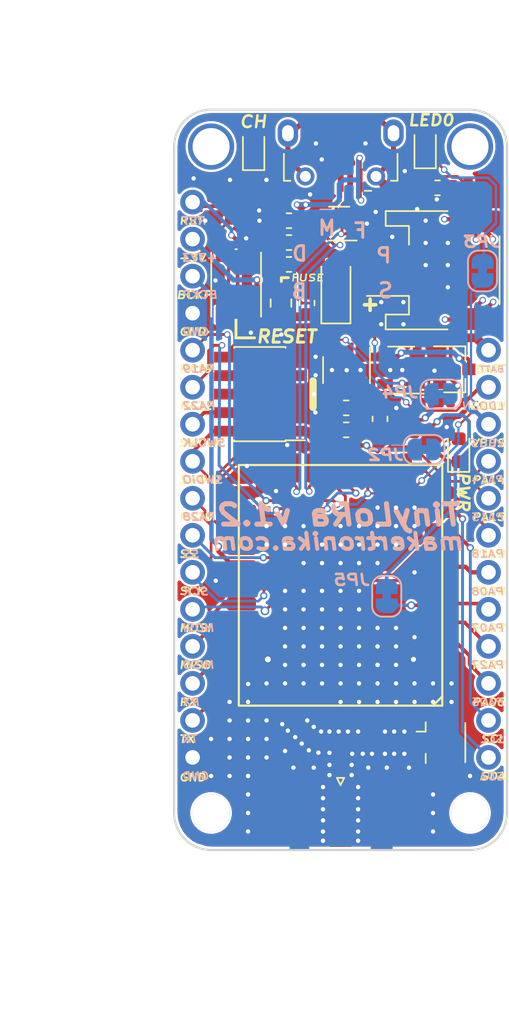
<source format=kicad_pcb>
(kicad_pcb (version 20171130) (host pcbnew "(5.1.2-1)-1")
  (title_block (title "TinyLoRa Breakout v1.1") (date 2019-06-23) (rev 1.1) (company "MakerTronika Labs") (comment 1 http://makertronika.com/) (comment 2 "design by Orkhan AmirAslan (azerimaker)"))
  (layers (0 Top.RF mixed) (31 Bottom.LF mixed) (34 B.Paste user) (35 F.Paste user) (36 B.SilkS user) (37 F.SilkS user) (38 B.Mask user) (39 F.Mask user) (44 Edge.Cuts user))
  (net 0 "")
  (net 1 GND)
  (net 2 "Net-(J1-Pad1)")
  (net 3 "Net-(C1-Pad1)")
  (net 4 +BATT)
  (net 5 VBUS)
  (net 6 +3V3)
  (net 7 "Net-(C6-Pad1)")
  (net 8 "Net-(C7-Pad1)")
  (net 9 "Net-(C8-Pad2)")
  (net 10 "Net-(C9-Pad2)")
  (net 11 "Net-(D2-Pad1)")
  (net 12 "Net-(D4-Pad1)")
  (net 13 "Net-(D4-Pad2)")
  (net 14 "Net-(D5-Pad2)")
  (net 15 "Net-(D5-Pad1)")
  (net 16 "Net-(J2-Pad1)")
  (net 17 USB_N)
  (net 18 USB_P)
  (net 19 PA31_SWDIO)
  (net 20 PA30_SWDCLK)
  (net 21 ~RESET)
  (net 22 PA28_GPIO)
  (net 23 PA19_PWM_T0_W3)
  (net 24 "Net-(JP4-Pad2)")
  (net 25 PA07_ADC7)
  (net 26 "Net-(R1-Pad1)")
  (net 27 "Net-(R4-Pad1)")
  (net 28 "Net-(R5-Pad2)")
  (net 29 LDO_EN)
  (net 30 "Net-(R7-Pad2)")
  (net 31 PA04_S0_UART_TX)
  (net 32 PA05_S0_UART_RX)
  (net 33 PB02_S5_SPI_MISO)
  (net 34 BACKUP_BATT)
  (net 35 PA23_S5_SPI_SS)
  (net 36 PA22_GPIO)
  (net 37 PA14_GPIO)
  (net 38 PA15_GPIO)
  (net 39 PA18_PWM_T0_W2)
  (net 40 PA16_S1_I2C_SDA)
  (net 41 PA17_S1_I2C_SCL)
  (net 42 PB23_S5_SPI_SCK)
  (net 43 PA08_GPIO)
  (net 44 PB22_S5_SPI_MOSI)
  (net 45 PA27_GPIO)
  (net 46 PA06_ADC6)
  (net 47 "Net-(D2-Pad2)")
  (module Capacitor_SMD:C_0402_1005Metric (layer Top.RF) (at 138.0744 111.5314 90)
    (fp_text reference C1 hide)
    (fp_text value DNM)
    (pad 1 smd roundrect (at -0.485 0 90) (size 0.59 0.64) (layers Top.RF F.Paste F.Mask) (net 3 "Net-(C1-Pad1)"))
    (pad 2 smd roundrect (at 0.485 0 90) (size 0.59 0.64) (layers Top.RF F.Paste F.Mask) (net 1 GND))
  )
  (module Capacitor_SMD:C_0603_1608Metric (layer Top.RF) (at 133.59 81.85 90)
    (fp_text reference C3 hide)
    (fp_text value 10uF)
    (pad 1 smd roundrect (at -0.7875 0 90) (size 0.875 0.95) (layers Top.RF F.Paste F.Mask) (net 5 VBUS))
    (pad 2 smd roundrect (at 0.7875 0 90) (size 0.875 0.95) (layers Top.RF F.Paste F.Mask) (net 1 GND))
  )
  (module Capacitor_SMD:C_0603_1608Metric (layer Top.RF) (at 136.2745 90.55 180)
    (fp_text reference C4 hide)
    (fp_text value 1uF)
    (pad 2 smd roundrect (at 0.7875 0 180) (size 0.875 0.95) (layers Top.RF F.Paste F.Mask) (net 1 GND))
    (pad 1 smd roundrect (at -0.7875 0 180) (size 0.875 0.95) (layers Top.RF F.Paste F.Mask) (net 6 +3V3))
  )
  (module Capacitor_SMD:C_0603_1608Metric (layer Top.RF) (at 136.2745 89.0441 180)
    (fp_text reference C5 hide)
    (fp_text value 10uF)
    (pad 1 smd roundrect (at -0.7875 0 180) (size 0.875 0.95) (layers Top.RF F.Paste F.Mask) (net 6 +3V3))
    (pad 2 smd roundrect (at 0.7875 0 180) (size 0.875 0.95) (layers Top.RF F.Paste F.Mask) (net 1 GND))
  )
  (module Capacitor_SMD:C_0603_1608Metric (layer Top.RF) (at 132.35 76.2 180)
    (fp_text reference C6 hide)
    (fp_text value 10nF)
    (pad 2 smd roundrect (at 0.7875 0 180) (size 0.875 0.95) (layers Top.RF F.Paste F.Mask) (net 1 GND))
    (pad 1 smd roundrect (at -0.7875 0 180) (size 0.875 0.95) (layers Top.RF F.Paste F.Mask) (net 7 "Net-(C6-Pad1)"))
  )
  (module Capacitor_SMD:C_0603_1608Metric (layer Top.RF) (at 132.35 79.2012)
    (fp_text reference C7 hide)
    (fp_text value 100nF)
    (pad 1 smd roundrect (at -0.7875 0) (size 0.875 0.95) (layers Top.RF F.Paste F.Mask) (net 8 "Net-(C7-Pad1)"))
    (pad 2 smd roundrect (at 0.7875 0) (size 0.875 0.95) (layers Top.RF F.Paste F.Mask) (net 1 GND))
  )
  (module Capacitor_SMD:C_0603_1608Metric (layer Top.RF) (at 142.55 73.95 180)
    (fp_text reference C8 hide)
    (fp_text value 10nF)
    (pad 1 smd roundrect (at -0.7875 0 180) (size 0.875 0.95) (layers Top.RF F.Paste F.Mask) (net 1 GND))
    (pad 2 smd roundrect (at 0.7875 0 180) (size 0.875 0.95) (layers Top.RF F.Paste F.Mask) (net 9 "Net-(C8-Pad2)"))
  )
  (module Capacitor_SMD:C_0603_1608Metric (layer Top.RF) (at 138.6 89.8 270)
    (fp_text reference C9 hide)
    (fp_text value 100nF)
    (pad 2 smd roundrect (at 0.7875 0 270) (size 0.875 0.95) (layers Top.RF F.Paste F.Mask) (net 10 "Net-(C9-Pad2)"))
    (pad 1 smd roundrect (at -0.7875 0 270) (size 0.875 0.95) (layers Top.RF F.Paste F.Mask) (net 1 GND))
  )
  (module Diode_SMD:D_SOD-123 (layer Top.RF) (at 135.57 81 90)
    (fp_text reference D1 hide)
    (fp_text value MBR0520)
    (pad 1 smd rect (at -1.65 0 90) (size 0.9 1.2) (layers Top.RF F.Paste F.Mask) (net 5 VBUS))
    (pad 2 smd rect (at 1.65 0 90) (size 0.9 1.2) (layers Top.RF F.Paste F.Mask) (net 4 +BATT))
  )
  (module LED_SMD:LED_0603_1608Metric (layer Top.RF) (at 129.921 71.247 90)
    (fp_text reference D2 hide)
    (fp_text value CH_ORANGE)
    (pad 1 smd roundrect (at -0.7875 0 90) (size 0.875 0.95) (layers Top.RF F.Paste F.Mask) (net 11 "Net-(D2-Pad1)"))
    (pad 2 smd roundrect (at 0.7875 0 90) (size 0.875 0.95) (layers Top.RF F.Paste F.Mask) (net 47 "Net-(D2-Pad2)"))
  )
  (module LED_SMD:LED_0603_1608Metric (layer Top.RF) (at 144 91.95 90)
    (fp_text reference D4 hide)
    (fp_text value LED_PWR_BLUE)
    (pad 1 smd roundrect (at -0.7875 0 90) (size 0.875 0.95) (layers Top.RF F.Paste F.Mask) (net 12 "Net-(D4-Pad1)"))
    (pad 2 smd roundrect (at 0.7875 0 90) (size 0.875 0.95) (layers Top.RF F.Paste F.Mask) (net 13 "Net-(D4-Pad2)"))
  )
  (module LED_SMD:LED_0603_1608Metric (layer Top.RF) (at 141.7 71.12 90)
    (fp_text reference D5 hide)
    (fp_text value LED0_RED)
    (pad 2 smd roundrect (at 0.7875 0 90) (size 0.875 0.95) (layers Top.RF F.Paste F.Mask) (net 14 "Net-(D5-Pad2)"))
    (pad 1 smd roundrect (at -0.7875 0 90) (size 0.875 0.95) (layers Top.RF F.Paste F.Mask) (net 15 "Net-(D5-Pad1)"))
  )
  (module Fuse:Fuse_0805_2012Metric (layer Top.RF) (at 131.8 81.85 270)
    (fp_text reference F1 hide)
    (fp_text value 1A)
    (pad 1 smd roundrect (at -0.9375 0 270) (size 0.975 1.4) (layers Top.RF F.Paste F.Mask) (net 8 "Net-(C7-Pad1)"))
    (pad 2 smd roundrect (at 0.9375 0 270) (size 0.975 1.4) (layers Top.RF F.Paste F.Mask) (net 5 VBUS))
  )
  (module Inductor_SMD:L_0603_1608Metric (layer Top.RF) (at 132.35 77.7 180)
    (fp_text reference FB1 hide)
    (fp_text value BLM18HE152SN1D)
    (pad 1 smd roundrect (at -0.7875 0 180) (size 0.875 0.95) (layers Top.RF F.Paste F.Mask) (net 7 "Net-(C6-Pad1)"))
    (pad 2 smd roundrect (at 0.7875 0 180) (size 0.875 0.95) (layers Top.RF F.Paste F.Mask) (net 8 "Net-(C7-Pad1)"))
  )
  (module Connector_Coaxial:U.FL_Hirose_U.FL-R-SMT-1_Vertical (layer Top.RF) (at 142.621 112.014)
    (fp_text reference J2 hide)
    (fp_text value U.FL-R-SMT-1)
    (pad 2 smd rect (at 0.475 1.475) (size 2.2 1.05) (layers Top.RF F.Paste F.Mask) (net 1 GND))
    (pad 1 smd rect (at -1.05 0) (size 1.05 1) (layers Top.RF F.Paste F.Mask) (net 16 "Net-(J2-Pad1)"))
    (pad 2 smd rect (at 0.475 -1.475) (size 2.2 1.05) (layers Top.RF F.Paste F.Mask) (net 1 GND))
  )
  (module Connector_PinHeader_1.27mm:PinHeader_2x05_P1.27mm_Vertical_SMD (layer Top.RF) (at 130.35 88.1 180)
    (fp_text reference J5 hide)
    (fp_text value Cortex_JTAG_SWD_10pin)
    (pad 1 smd rect (at -1.95 -2.54 180) (size 2.4 0.74) (layers Top.RF F.Paste F.Mask) (net 6 +3V3))
    (pad 2 smd rect (at 1.95 -2.54 180) (size 2.4 0.74) (layers Top.RF F.Paste F.Mask) (net 19 PA31_SWDIO))
    (pad 3 smd rect (at -1.95 -1.27 180) (size 2.4 0.74) (layers Top.RF F.Paste F.Mask) (net 1 GND))
    (pad 4 smd rect (at 1.95 -1.27 180) (size 2.4 0.74) (layers Top.RF F.Paste F.Mask) (net 20 PA30_SWDCLK))
    (pad 5 smd rect (at -1.95 0 180) (size 2.4 0.74) (layers Top.RF F.Paste F.Mask) (net 1 GND))
    (pad 6 smd rect (at 1.95 0 180) (size 2.4 0.74) (layers Top.RF F.Paste F.Mask))
    (pad 7 smd rect (at -1.95 1.27 180) (size 2.4 0.74) (layers Top.RF F.Paste F.Mask))
    (pad 8 smd rect (at 1.95 1.27 180) (size 2.4 0.74) (layers Top.RF F.Paste F.Mask))
    (pad 9 smd rect (at -1.95 2.54 180) (size 2.4 0.74) (layers Top.RF F.Paste F.Mask) (net 1 GND))
    (pad 10 smd rect (at 1.95 2.54 180) (size 2.4 0.74) (layers Top.RF F.Paste F.Mask) (net 21 ~RESET))
  )
  (module Jumper:SolderJumper-2_P1.3mm_Bridged_RoundedPad1.0x1.5mm (layer Bottom.LF) (at 141.625 91.9)
    (fp_text reference JP2 (at -2.635 0.37) (layer B.SilkS) (effects (font (size 0.75 0.9) (thickness 0.1875) italic) (justify mirror)))
    (fp_text value PWR_LED-Cut)
    (pad 2 smd custom (at 0.65 0) (size 1 0.5) (layers Bottom.LF B.Mask) (net 13 "Net-(D4-Pad2)") (options (clearance outline) (anchor rect)) (primitives (gr_circle (center 0 -0.25) (end 0.5 -0.25) (width 0)) (gr_circle (center 0 0.25) (end 0.5 0.25) (width 0)) (gr_poly (pts (xy 0 0.75) (xy -0.5 0.75) (xy -0.5 -0.75) (xy 0 -0.75)) (width 0))))
    (pad 1 smd custom (at -0.65 0) (size 1 0.5) (layers Bottom.LF B.Mask) (net 6 +3V3) (options (clearance outline) (anchor rect)) (primitives (gr_circle (center 0 -0.25) (end 0.5 -0.25) (width 0)) (gr_circle (center 0 0.25) (end 0.5 0.25) (width 0)) (gr_poly (pts (xy 0 0.75) (xy 0.5 0.75) (xy 0.5 -0.75) (xy 0 -0.75)) (width 0)) (gr_poly (pts (xy 0.9 0.3) (xy 0.4 0.3) (xy 0.4 -0.3) (xy 0.9 -0.3)) (width 0))))
  )
  (module Jumper:SolderJumper-2_P1.3mm_Bridged_RoundedPad1.0x1.5mm (layer Bottom.LF) (at 145.64 79.65 90)
    (fp_text reference JP3 (at 2 -0.06 180) (layer B.SilkS) (effects (font (size 0.75 0.9) (thickness 0.1875) italic) (justify mirror)))
    (fp_text value LED0-Cut)
    (pad 1 smd custom (at -0.65 0 90) (size 1 0.5) (layers Bottom.LF B.Mask) (net 23 PA19_PWM_T0_W3) (options (clearance outline) (anchor rect)) (primitives (gr_circle (center 0 -0.25) (end 0.5 -0.25) (width 0)) (gr_circle (center 0 0.25) (end 0.5 0.25) (width 0)) (gr_poly (pts (xy 0 0.75) (xy 0.5 0.75) (xy 0.5 -0.75) (xy 0 -0.75)) (width 0)) (gr_poly (pts (xy 0.9 0.3) (xy 0.4 0.3) (xy 0.4 -0.3) (xy 0.9 -0.3)) (width 0))))
    (pad 2 smd custom (at 0.65 0 90) (size 1 0.5) (layers Bottom.LF B.Mask) (net 14 "Net-(D5-Pad2)") (options (clearance outline) (anchor rect)) (primitives (gr_circle (center 0 -0.25) (end 0.5 -0.25) (width 0)) (gr_circle (center 0 0.25) (end 0.5 0.25) (width 0)) (gr_poly (pts (xy 0 0.75) (xy -0.5 0.75) (xy -0.5 -0.75) (xy 0 -0.75)) (width 0))))
  )
  (module Jumper:SolderJumper-2_P1.3mm_Bridged_RoundedPad1.0x1.5mm (layer Bottom.LF) (at 142.775 88.1 180)
    (fp_text reference JP4 (at 2.795 0.12) (layer B.SilkS) (effects (font (size 0.75 0.9) (thickness 0.1875) italic) (justify mirror)))
    (fp_text value ADCV-Cut)
    (pad 2 smd custom (at 0.65 0 180) (size 1 0.5) (layers Bottom.LF B.Mask) (net 24 "Net-(JP4-Pad2)") (options (clearance outline) (anchor rect)) (primitives (gr_circle (center 0 -0.25) (end 0.5 -0.25) (width 0)) (gr_circle (center 0 0.25) (end 0.5 0.25) (width 0)) (gr_poly (pts (xy 0 0.75) (xy -0.5 0.75) (xy -0.5 -0.75) (xy 0 -0.75)) (width 0))))
    (pad 1 smd custom (at -0.65 0 180) (size 1 0.5) (layers Bottom.LF B.Mask) (net 4 +BATT) (options (clearance outline) (anchor rect)) (primitives (gr_circle (center 0 -0.25) (end 0.5 -0.25) (width 0)) (gr_circle (center 0 0.25) (end 0.5 0.25) (width 0)) (gr_poly (pts (xy 0 0.75) (xy 0.5 0.75) (xy 0.5 -0.75) (xy 0 -0.75)) (width 0)) (gr_poly (pts (xy 0.9 0.3) (xy 0.4 0.3) (xy 0.4 -0.3) (xy 0.9 -0.3)) (width 0))))
  )
  (module Jumper:SolderJumper-2_P1.3mm_Bridged_RoundedPad1.0x1.5mm (layer Bottom.LF) (at 139.06 101.97 90)
    (fp_text reference JP5 (at 1.12 -2.38 180) (layer B.SilkS) (effects (font (size 0.75 0.9) (thickness 0.1875) italic) (justify mirror)))
    (fp_text value ADC-Cut)
    (pad 1 smd custom (at -0.65 0 90) (size 1 0.5) (layers Bottom.LF B.Mask) (net 25 PA07_ADC7) (options (clearance outline) (anchor rect)) (primitives (gr_circle (center 0 -0.25) (end 0.5 -0.25) (width 0)) (gr_circle (center 0 0.25) (end 0.5 0.25) (width 0)) (gr_poly (pts (xy 0 0.75) (xy 0.5 0.75) (xy 0.5 -0.75) (xy 0 -0.75)) (width 0)) (gr_poly (pts (xy 0.9 0.3) (xy 0.4 0.3) (xy 0.4 -0.3) (xy 0.9 -0.3)) (width 0))))
    (pad 2 smd custom (at 0.65 0 90) (size 1 0.5) (layers Bottom.LF B.Mask) (net 10 "Net-(C9-Pad2)") (options (clearance outline) (anchor rect)) (primitives (gr_circle (center 0 -0.25) (end 0.5 -0.25) (width 0)) (gr_circle (center 0 0.25) (end 0.5 0.25) (width 0)) (gr_poly (pts (xy 0 0.75) (xy -0.5 0.75) (xy -0.5 -0.75) (xy 0 -0.75)) (width 0))))
  )
  (module Inductor_SMD:L_0402_1005Metric (layer Top.RF) (at 139.5476 112.014 180)
    (fp_text reference L1 hide)
    (fp_text value 0R)
    (pad 1 smd roundrect (at -0.485 0 180) (size 0.59 0.64) (layers Top.RF F.Paste F.Mask) (net 16 "Net-(J2-Pad1)"))
    (pad 2 smd roundrect (at 0.485 0 180) (size 0.59 0.64) (layers Top.RF F.Paste F.Mask) (net 3 "Net-(C1-Pad1)"))
  )
  (module Resistor_SMD:R_0402_1005Metric (layer Top.RF) (at 136.3726 112.014)
    (fp_text reference R1 hide)
    (fp_text value DNM)
    (pad 2 smd roundrect (at 0.485 0) (size 0.59 0.64) (layers Top.RF F.Paste F.Mask) (net 3 "Net-(C1-Pad1)"))
    (pad 1 smd roundrect (at -0.485 0) (size 0.59 0.64) (layers Top.RF F.Paste F.Mask) (net 26 "Net-(R1-Pad1)"))
  )
  (module Resistor_SMD:R_0402_1005Metric (layer Top.RF) (at 135.89 112.4966 90)
    (fp_text reference R2 hide)
    (fp_text value 0R)
    (pad 1 smd roundrect (at -0.485 0 90) (size 0.59 0.64) (layers Top.RF F.Paste F.Mask) (net 2 "Net-(J1-Pad1)"))
    (pad 2 smd roundrect (at 0.485 0 90) (size 0.59 0.64) (layers Top.RF F.Paste F.Mask) (net 26 "Net-(R1-Pad1)"))
  )
  (module Package_TO_SOT_SMD:SOT-23-5 (layer Top.RF) (at 140.05 86.45 180)
    (fp_text reference U2 hide)
    (fp_text value TP4054)
    (pad 5 smd rect (at 1.1 -0.95 180) (size 1.06 0.65) (layers Top.RF F.Paste F.Mask) (net 27 "Net-(R4-Pad1)"))
    (pad 4 smd rect (at 1.1 0.95 180) (size 1.06 0.65) (layers Top.RF F.Paste F.Mask) (net 5 VBUS))
    (pad 3 smd rect (at -1.1 0.95 180) (size 1.06 0.65) (layers Top.RF F.Paste F.Mask) (net 4 +BATT))
    (pad 2 smd rect (at -1.1 0 180) (size 1.06 0.65) (layers Top.RF F.Paste F.Mask) (net 1 GND))
    (pad 1 smd rect (at -1.1 -0.95 180) (size 1.06 0.65) (layers Top.RF F.Paste F.Mask) (net 11 "Net-(D2-Pad1)"))
  )
  (module Package_TO_SOT_SMD:SOT-23 (layer Top.RF) (at 143.7 86.4)
    (fp_text reference U3 hide)
    (fp_text value MAX809STRG)
    (pad 1 smd rect (at -1 -0.95) (size 0.9 0.8) (layers Top.RF F.Paste F.Mask) (net 1 GND))
    (pad 2 smd rect (at -1 0.95) (size 0.9 0.8) (layers Top.RF F.Paste F.Mask) (net 28 "Net-(R5-Pad2)"))
    (pad 3 smd rect (at 1 0) (size 0.9 0.8) (layers Top.RF F.Paste F.Mask) (net 5 VBUS))
  )
  (module Package_TO_SOT_SMD:SOT-23-5 (layer Top.RF) (at 136.3 86.45 270)
    (fp_text reference U4 hide)
    (fp_text value ME6215C33)
    (pad 1 smd rect (at -1.1 -0.95 270) (size 1.06 0.65) (layers Top.RF F.Paste F.Mask) (net 5 VBUS))
    (pad 2 smd rect (at -1.1 0 270) (size 1.06 0.65) (layers Top.RF F.Paste F.Mask) (net 1 GND))
    (pad 3 smd rect (at -1.1 0.95 270) (size 1.06 0.65) (layers Top.RF F.Paste F.Mask) (net 29 LDO_EN))
    (pad 4 smd rect (at 1.1 0.95 270) (size 1.06 0.65) (layers Top.RF F.Paste F.Mask))
    (pad 5 smd rect (at 1.1 -0.95 270) (size 1.06 0.65) (layers Top.RF F.Paste F.Mask) (net 6 +3V3))
  )
  (module mcu_footprints:Feather-Generic (layer Top.RF) (at 124.46 68.576)
    (fp_text reference U6 hide)
    (fp_text value Feather-Generic)
    (pad "" thru_hole circle (at 2.54 2.54) (size 3.175 3.175) (drill 2.54) (layers *.Cu *.Mask))
    (pad "" thru_hole circle (at 20.32 2.54) (size 3.175 3.175) (drill 2.54) (layers *.Cu *.Mask))
    (pad "" thru_hole circle (at 20.32 48.26) (size 2.54 2.54) (drill 2.54) (layers *.Cu *.Mask))
    (pad "" thru_hole circle (at 2.54 48.26) (size 2.54 2.54) (drill 2.54) (layers *.Cu *.Mask))
    (pad 1 thru_hole oval (at 1.27 6.35) (size 1.7 1.7) (drill 1) (layers *.Cu *.Mask) (net 21 ~RESET))
    (pad 2 thru_hole oval (at 1.27 8.89) (size 1.7 1.7) (drill 1) (layers *.Cu *.Mask) (net 6 +3V3))
    (pad 3 thru_hole oval (at 1.27 11.43) (size 1.7 1.7) (drill 1) (layers *.Cu *.Mask) (net 34 BACKUP_BATT))
    (pad 4 thru_hole oval (at 1.27 13.97) (size 1.7 1.7) (drill 1) (layers *.Cu *.Mask) (net 1 GND))
    (pad 5 thru_hole oval (at 1.27 16.51) (size 1.7 1.7) (drill 1) (layers *.Cu *.Mask) (net 23 PA19_PWM_T0_W3))
    (pad 6 thru_hole oval (at 1.27 19.05) (size 1.7 1.7) (drill 1) (layers *.Cu *.Mask) (net 36 PA22_GPIO))
    (pad 7 thru_hole oval (at 1.27 21.59) (size 1.7 1.7) (drill 1) (layers *.Cu *.Mask) (net 20 PA30_SWDCLK))
    (pad 8 thru_hole oval (at 1.27 24.13) (size 1.7 1.7) (drill 1) (layers *.Cu *.Mask) (net 19 PA31_SWDIO))
    (pad 9 thru_hole oval (at 1.27 26.67) (size 1.7 1.7) (drill 1) (layers *.Cu *.Mask) (net 22 PA28_GPIO))
    (pad 10 thru_hole oval (at 1.27 29.21) (size 1.7 1.7) (drill 1) (layers *.Cu *.Mask) (net 35 PA23_S5_SPI_SS))
    (pad 11 thru_hole oval (at 1.27 31.75) (size 1.7 1.7) (drill 1) (layers *.Cu *.Mask) (net 42 PB23_S5_SPI_SCK))
    (pad 12 thru_hole oval (at 1.27 34.29) (size 1.7 1.7) (drill 1) (layers *.Cu *.Mask) (net 44 PB22_S5_SPI_MOSI))
    (pad 13 thru_hole oval (at 1.27 36.83) (size 1.7 1.7) (drill 1) (layers *.Cu *.Mask) (net 33 PB02_S5_SPI_MISO))
    (pad 14 thru_hole oval (at 1.27 39.37) (size 1.7 1.7) (drill 1) (layers *.Cu *.Mask) (net 32 PA05_S0_UART_RX))
    (pad 15 thru_hole oval (at 1.27 41.91) (size 1.7 1.7) (drill 1) (layers *.Cu *.Mask) (net 31 PA04_S0_UART_TX))
    (pad 16 thru_hole oval (at 1.27 44.45) (size 1.7 1.7) (drill 1) (layers *.Cu *.Mask) (net 1 GND))
    (pad 17 thru_hole oval (at 21.59 44.45) (size 1.7 1.7) (drill 1) (layers *.Cu *.Mask) (net 40 PA16_S1_I2C_SDA))
    (pad 18 thru_hole oval (at 21.59 41.91) (size 1.7 1.7) (drill 1) (layers *.Cu *.Mask) (net 41 PA17_S1_I2C_SCL))
    (pad 19 thru_hole oval (at 21.59 39.37) (size 1.7 1.7) (drill 1) (layers *.Cu *.Mask) (net 46 PA06_ADC6))
    (pad 20 thru_hole oval (at 21.59 36.83) (size 1.7 1.7) (drill 1) (layers *.Cu *.Mask) (net 45 PA27_GPIO))
    (pad 21 thru_hole oval (at 21.59 34.29) (size 1.7 1.7) (drill 1) (layers *.Cu *.Mask) (net 25 PA07_ADC7))
    (pad 22 thru_hole oval (at 21.59 31.75) (size 1.7 1.7) (drill 1) (layers *.Cu *.Mask) (net 43 PA08_GPIO))
    (pad 23 thru_hole oval (at 21.59 29.21) (size 1.7 1.7) (drill 1) (layers *.Cu *.Mask) (net 39 PA18_PWM_T0_W2))
    (pad 24 thru_hole oval (at 21.59 26.67) (size 1.7 1.7) (drill 1) (layers *.Cu *.Mask) (net 38 PA15_GPIO))
    (pad 25 thru_hole oval (at 21.59 24.13) (size 1.7 1.7) (drill 1) (layers *.Cu *.Mask) (net 37 PA14_GPIO))
    (pad 26 thru_hole oval (at 21.59 21.59) (size 1.7 1.7) (drill 1) (layers *.Cu *.Mask) (net 5 VBUS))
    (pad 27 thru_hole oval (at 21.59 19.05) (size 1.7 1.7) (drill 1) (layers *.Cu *.Mask) (net 29 LDO_EN))
    (pad 28 thru_hole oval (at 21.59 16.51) (size 1.7 1.7) (drill 1) (layers *.Cu *.Mask) (net 4 +BATT))
  )
  (module Connector_JST:JST_PH_S2B-PH-SM4-TB_1x02-1MP_P2.00mm_Horizontal (layer Top.RF) (at 142.3 79.6 90)
    (fp_text reference J3 hide)
    (fp_text value JST_PH)
    (pad 1 smd roundrect (at -1 -2.85 90) (size 1 3.5) (layers Top.RF F.Paste F.Mask) (net 4 +BATT))
    (pad 2 smd roundrect (at 1 -2.85 90) (size 1 3.5) (layers Top.RF F.Paste F.Mask) (net 1 GND))
    (pad MP smd roundrect (at -3.35 2.9 90) (size 1.5 3.4) (layers Top.RF F.Paste F.Mask) (roundrect_rratio 0.166667))
    (pad MP smd roundrect (at 3.35 2.9 90) (size 1.5 3.4) (layers Top.RF F.Paste F.Mask) (roundrect_rratio 0.166667))
  )
  (module mySMA_Connectos:SMA_J_P_X_ST_EM1_EdgeMount (layer Top.RF) (at 135.89 116.84 270)
    (fp_text reference J1 hide)
    (fp_text value SMA-Edge-Mount)
    (pad 2 smd rect (at 0.15 2.825) (size 1.35 4.7) (layers Bottom.LF B.Mask) (net 1 GND))
    (pad 2 smd rect (at 0.15 -2.825) (size 1.5 4.7) (layers Bottom.LF B.Mask) (net 1 GND))
    (pad 2 smd rect (at 0.15 2.825) (size 1.35 4.7) (layers Top.RF F.Mask) (net 1 GND))
    (pad 2 smd rect (at 0.15 -2.825) (size 1.5 4.7) (layers Top.RF F.Mask) (net 1 GND))
    (pad 1 smd rect (at 0.127 0) (size 1.5 4.4) (layers Top.RF F.Mask) (net 2 "Net-(J1-Pad1)"))
  )
  (module Resistor_SMD:R_0402_1005Metric (layer Top.RF) (at 141.92 88.69)
    (fp_text reference R4 hide)
    (fp_text value 4K7)
    (pad 2 smd roundrect (at 0.485 0) (size 0.59 0.64) (layers Top.RF F.Paste F.Mask) (net 1 GND))
    (pad 1 smd roundrect (at -0.485 0) (size 0.59 0.64) (layers Top.RF F.Paste F.Mask) (net 27 "Net-(R4-Pad1)"))
  )
  (module Resistor_SMD:R_0402_1005Metric (layer Top.RF) (at 143.92 88.68 180)
    (fp_text reference R5 hide)
    (fp_text value 100K)
    (pad 1 smd roundrect (at -0.485 0 180) (size 0.59 0.64) (layers Top.RF F.Paste F.Mask) (net 29 LDO_EN))
    (pad 2 smd roundrect (at 0.485 0 180) (size 0.59 0.64) (layers Top.RF F.Paste F.Mask) (net 28 "Net-(R5-Pad2)"))
  )
  (module Resistor_SMD:R_0402_1005Metric (layer Top.RF) (at 129.35 75.7 90)
    (fp_text reference R6 hide)
    (fp_text value 1K5)
    (pad 2 smd roundrect (at 0.485 0 90) (size 0.59 0.64) (layers Top.RF F.Paste F.Mask) (net 47 "Net-(D2-Pad2)"))
    (pad 1 smd roundrect (at -0.485 0 90) (size 0.59 0.64) (layers Top.RF F.Paste F.Mask) (net 5 VBUS))
  )
  (module Resistor_SMD:R_0402_1005Metric (layer Top.RF) (at 128.27 75.692 270)
    (fp_text reference R7 hide)
    (fp_text value 100R)
    (pad 2 smd roundrect (at 0.485 0 270) (size 0.59 0.64) (layers Top.RF F.Paste F.Mask) (net 30 "Net-(R7-Pad2)"))
    (pad 1 smd roundrect (at -0.485 0 270) (size 0.59 0.64) (layers Top.RF F.Paste F.Mask) (net 21 ~RESET))
  )
  (module Resistor_SMD:R_0402_1005Metric (layer Top.RF) (at 142.4 91.45 90)
    (fp_text reference R8 hide)
    (fp_text value 1K5)
    (pad 1 smd roundrect (at -0.485 0 90) (size 0.59 0.64) (layers Top.RF F.Paste F.Mask) (net 12 "Net-(D4-Pad1)"))
    (pad 2 smd roundrect (at 0.485 0 90) (size 0.59 0.64) (layers Top.RF F.Paste F.Mask) (net 1 GND))
  )
  (module Resistor_SMD:R_0402_1005Metric (layer Top.RF) (at 144.65 73.9469 270)
    (fp_text reference R9 hide)
    (fp_text value 1K5)
    (pad 2 smd roundrect (at 0.485 0 270) (size 0.59 0.64) (layers Top.RF F.Paste F.Mask) (net 1 GND))
    (pad 1 smd roundrect (at -0.485 0 270) (size 0.59 0.64) (layers Top.RF F.Paste F.Mask) (net 15 "Net-(D5-Pad1)"))
  )
  (module Resistor_SMD:R_0402_1005Metric (layer Top.RF) (at 145.649999 73.95 270)
    (fp_text reference R10 hide)
    (fp_text value 1M)
    (pad 1 smd roundrect (at -0.485 0 270) (size 0.59 0.64) (layers Top.RF F.Paste F.Mask) (net 1 GND))
    (pad 2 smd roundrect (at 0.485 0 270) (size 0.59 0.64) (layers Top.RF F.Paste F.Mask) (net 9 "Net-(C8-Pad2)"))
  )
  (module Resistor_SMD:R_0402_1005Metric (layer Top.RF) (at 140.95 90.35 90)
    (fp_text reference R11 hide)
    (fp_text value 1M)
    (pad 2 smd roundrect (at 0.485 0 90) (size 0.59 0.64) (layers Top.RF F.Paste F.Mask) (net 24 "Net-(JP4-Pad2)"))
    (pad 1 smd roundrect (at -0.485 0 90) (size 0.59 0.64) (layers Top.RF F.Paste F.Mask) (net 10 "Net-(C9-Pad2)"))
  )
  (module Resistor_SMD:R_0402_1005Metric (layer Top.RF) (at 139.9 90.35 270)
    (fp_text reference R12 hide)
    (fp_text value 3M6)
    (pad 1 smd roundrect (at -0.485 0 270) (size 0.59 0.64) (layers Top.RF F.Paste F.Mask) (net 1 GND))
    (pad 2 smd roundrect (at 0.485 0 270) (size 0.59 0.64) (layers Top.RF F.Paste F.Mask) (net 10 "Net-(C9-Pad2)"))
  )
  (module Package_TO_SOT_SMD:SOT-363_SC-70-6 (layer Top.RF) (at 135.8 76.4 180)
    (fp_text reference U5 hide)
    (fp_text value NUP2202)
    (pad 1 smd rect (at -0.95 -0.65 180) (size 0.65 0.4) (layers Top.RF F.Paste F.Mask) (net 17 USB_N))
    (pad 3 smd rect (at -0.95 0.65 180) (size 0.65 0.4) (layers Top.RF F.Paste F.Mask))
    (pad 5 smd rect (at 0.95 0 180) (size 0.65 0.4) (layers Top.RF F.Paste F.Mask) (net 7 "Net-(C6-Pad1)"))
    (pad 2 smd rect (at -0.95 0 180) (size 0.65 0.4) (layers Top.RF F.Paste F.Mask) (net 1 GND))
    (pad 4 smd rect (at 0.95 0.65 180) (size 0.65 0.4) (layers Top.RF F.Paste F.Mask))
    (pad 6 smd rect (at 0.95 -0.65 180) (size 0.65 0.4) (layers Top.RF F.Paste F.Mask) (net 18 USB_P))
  )
  (module switch-footprints:SW_Push_SKRPACE010 (layer Top.RF) (at 128.72 80.58 270)
    (fp_text reference SW3 hide)
    (fp_text value RESET)
    (pad 2 smd rect (at 2.075 1.07 90) (size 1.05 0.66) (layers Top.RF F.Paste F.Mask) (net 30 "Net-(R7-Pad2)"))
    (pad 1 smd rect (at 2.075 -1.07 90) (size 1.05 0.66) (layers Top.RF F.Paste F.Mask) (net 1 GND))
    (pad 2 smd rect (at -2.075 1.07 90) (size 1.05 0.66) (layers Top.RF F.Paste F.Mask) (net 30 "Net-(R7-Pad2)"))
    (pad 1 smd rect (at -2.075 -1.07 90) (size 1.05 0.66) (layers Top.RF F.Paste F.Mask) (net 1 GND))
  )
  (module Pads_Jumpers:USB_Micro-B_C10418 (layer Top.RF) (at 135.9 74.2 180)
    (fp_text reference J4 hide)
    (fp_text value USB_B_Micro hide)
    (pad 6 thru_hole oval (at 3.625 4 180) (size 1.4 1.9) (drill oval 0.8 1.1) (layers *.Cu *.Mask) (net 9 "Net-(C8-Pad2)"))
    (pad 6 thru_hole oval (at -3.625 4) (size 1.4 1.9) (drill oval 0.8 1.1) (layers *.Cu *.Mask) (net 9 "Net-(C8-Pad2)"))
    (pad 6 smd rect (at -1.35 4.8375 180) (size 1.5 1) (layers Top.RF F.Paste F.Mask) (net 9 "Net-(C8-Pad2)"))
    (pad 6 thru_hole circle (at 2.425 1.0375 180) (size 1.25 1.25) (drill 0.75) (layers *.Cu *.Mask) (net 9 "Net-(C8-Pad2)"))
    (pad 3 smd rect (at 0 0.7875 180) (size 0.4 1.6) (layers Top.RF F.Paste F.Mask) (net 18 USB_P))
    (pad 4 smd rect (at 0.65 0.7875 180) (size 0.4 1.6) (layers Top.RF F.Paste F.Mask))
    (pad 5 smd rect (at 1.3 0.7875 180) (size 0.4 1.6) (layers Top.RF F.Paste F.Mask) (net 1 GND))
    (pad 1 smd rect (at -1.3 0.7875 180) (size 0.4 1.6) (layers Top.RF F.Paste F.Mask) (net 7 "Net-(C6-Pad1)"))
    (pad 2 smd rect (at -0.65 0.7875 180) (size 0.4 1.6) (layers Top.RF F.Paste F.Mask) (net 17 USB_N))
    (pad 6 thru_hole circle (at -2.425 1.0375 180) (size 1.25 1.25) (drill 0.75) (layers *.Cu *.Mask) (net 9 "Net-(C8-Pad2)"))
    (pad 6 smd rect (at 1.45 4.8375 180) (size 1.5 1) (layers Top.RF F.Paste F.Mask) (net 9 "Net-(C8-Pad2)"))
  )
  (module TLM-footprints:TLM-01-footprint_w_paste (layer Top.RF) (at 142.875 106.299 180)
    (fp_text reference U1 hide)
    (fp_text value TLM01)
    (pad 1 smd roundrect (at 0 0 180) (size 2 0.9) (drill (offset 0.2 0)) (layers Top.RF F.Paste F.Mask) (roundrect_rratio 0.2) (net 1 GND))
    (pad 2 smd roundrect (at 0 1.27 180) (size 2 0.9) (drill (offset 0.2 0)) (layers Top.RF F.Paste F.Mask) (roundrect_rratio 0.2) (net 46 PA06_ADC6))
    (pad 3 smd roundrect (at 0 2.54 180) (size 2 0.9) (drill (offset 0.2 0)) (layers Top.RF F.Paste F.Mask) (roundrect_rratio 0.2) (net 45 PA27_GPIO))
    (pad 4 smd roundrect (at 0 3.81 180) (size 2 0.9) (drill (offset 0.2 0)) (layers Top.RF F.Paste F.Mask) (roundrect_rratio 0.2) (net 25 PA07_ADC7))
    (pad 5 smd roundrect (at 0 5.08 180) (size 2 0.9) (drill (offset 0.2 0)) (layers Top.RF F.Paste F.Mask) (roundrect_rratio 0.2) (net 44 PB22_S5_SPI_MOSI))
    (pad 6 smd roundrect (at 0 6.35 180) (size 2 0.9) (drill (offset 0.2 0)) (layers Top.RF F.Paste F.Mask) (roundrect_rratio 0.2) (net 43 PA08_GPIO))
    (pad 7 smd roundrect (at 0 7.62 180) (size 2 0.9) (drill (offset 0.2 0)) (layers Top.RF F.Paste F.Mask) (roundrect_rratio 0.2) (net 42 PB23_S5_SPI_SCK))
    (pad 8 smd roundrect (at 0 8.89 180) (size 2 0.9) (drill (offset 0.2 0)) (layers Top.RF F.Paste F.Mask) (roundrect_rratio 0.2) (net 41 PA17_S1_I2C_SCL))
    (pad 9 smd roundrect (at 0 10.16 180) (size 2 0.9) (drill (offset 0.2 0)) (layers Top.RF F.Paste F.Mask) (roundrect_rratio 0.2) (net 40 PA16_S1_I2C_SDA))
    (pad 10 smd roundrect (at 0 11.43 180) (size 2 0.9) (drill (offset 0.2 0)) (layers Top.RF F.Paste F.Mask) (roundrect_rratio 0.2) (net 39 PA18_PWM_T0_W2))
    (pad 11 smd roundrect (at 2.54 13.335 270) (size 2 0.9) (drill (offset 0.2 0)) (layers Top.RF F.Paste F.Mask) (roundrect_rratio 0.2) (net 38 PA15_GPIO))
    (pad 12 smd roundrect (at 3.81 13.335 270) (size 2 0.9) (drill (offset 0.2 0)) (layers Top.RF F.Paste F.Mask) (roundrect_rratio 0.2) (net 37 PA14_GPIO))
    (pad 13 smd roundrect (at 5.08 13.335 270) (size 2 0.9) (drill (offset 0.2 0)) (layers Top.RF F.Paste F.Mask) (roundrect_rratio 0.2) (net 23 PA19_PWM_T0_W3))
    (pad 14 smd roundrect (at 6.35 13.335 270) (size 2 0.9) (drill (offset 0.2 0)) (layers Top.RF F.Paste F.Mask) (roundrect_rratio 0.2) (net 36 PA22_GPIO))
    (pad 15 smd roundrect (at 7.62 13.335 270) (size 2 0.9) (drill (offset 0.2 0)) (layers Top.RF F.Paste F.Mask) (roundrect_rratio 0.2) (net 35 PA23_S5_SPI_SS))
    (pad 16 smd roundrect (at 8.89 13.335 270) (size 2 0.9) (drill (offset 0.2 0)) (layers Top.RF F.Paste F.Mask) (roundrect_rratio 0.2) (net 18 USB_P))
    (pad 17 smd roundrect (at 10.16 13.335 270) (size 2 0.9) (drill (offset 0.2 0)) (layers Top.RF F.Paste F.Mask) (roundrect_rratio 0.2) (net 17 USB_N))
    (pad 18 smd roundrect (at 11.43 13.335 270) (size 2 0.9) (drill (offset 0.2 0)) (layers Top.RF F.Paste F.Mask) (roundrect_rratio 0.2) (net 1 GND))
    (pad 19 smd roundrect (at 13.589 11.43 180) (size 2 0.9) (drill (offset 0.2 0)) (layers Top.RF F.Paste F.Mask) (roundrect_rratio 0.2) (net 6 +3V3))
    (pad 20 smd roundrect (at 13.589 10.16 180) (size 2 0.9) (drill (offset 0.2 0)) (layers Top.RF F.Paste F.Mask) (roundrect_rratio 0.2) (net 21 ~RESET))
    (pad 21 smd roundrect (at 13.589 8.89 180) (size 2 0.9) (drill (offset 0.2 0)) (layers Top.RF F.Paste F.Mask) (roundrect_rratio 0.2) (net 20 PA30_SWDCLK))
    (pad 22 smd roundrect (at 13.589 7.62 180) (size 2 0.9) (drill (offset 0.2 0)) (layers Top.RF F.Paste F.Mask) (roundrect_rratio 0.2) (net 19 PA31_SWDIO))
    (pad 23 smd roundrect (at 13.589 6.35 180) (size 2 0.9) (drill (offset 0.2 0)) (layers Top.RF F.Paste F.Mask) (roundrect_rratio 0.2) (net 34 BACKUP_BATT))
    (pad 24 smd roundrect (at 13.589 5.08 180) (size 2 0.9) (drill (offset 0.2 0)) (layers Top.RF F.Paste F.Mask) (roundrect_rratio 0.2) (net 22 PA28_GPIO))
    (pad 25 smd roundrect (at 13.589 3.81 180) (size 2 0.9) (drill (offset 0.2 0)) (layers Top.RF F.Paste F.Mask) (roundrect_rratio 0.2) (net 33 PB02_S5_SPI_MISO))
    (pad 26 smd roundrect (at 13.589 2.54 180) (size 2 0.9) (drill (offset 0.2 0)) (layers Top.RF F.Paste F.Mask) (roundrect_rratio 0.2) (net 32 PA05_S0_UART_RX))
    (pad 27 smd roundrect (at 13.589 1.27 180) (size 2 0.9) (drill (offset 0.2 0)) (layers Top.RF F.Paste F.Mask) (roundrect_rratio 0.2) (net 31 PA04_S0_UART_TX))
    (pad 28 smd roundrect (at 13.589 0 180) (size 2 0.9) (drill (offset 0.2 0)) (layers Top.RF F.Paste F.Mask) (roundrect_rratio 0.2) (net 1 GND))
    (pad 31 smd roundrect (at 8.89 -2.794 270) (size 2 0.9) (drill (offset 0.2 0)) (layers Top.RF F.Paste F.Mask) (roundrect_rratio 0.2) (net 1 GND))
    (pad 30 smd roundrect (at 10.16 -2.794 270) (size 2 0.9) (drill (offset 0.2 0)) (layers Top.RF F.Paste F.Mask) (roundrect_rratio 0.2) (net 26 "Net-(R1-Pad1)"))
    (pad 29 smd roundrect (at 11.43 -2.794 270) (size 2 0.9) (drill (offset 0.2 0)) (layers Top.RF F.Paste F.Mask) (roundrect_rratio 0.2) (net 1 GND))
  )
  (gr_line (start 134 87.2) (end 134 89) (layer F.SilkS) (width 0.5))
  (gr_text FUSE (at 133.61 80.12) (layer F.SilkS) (effects (font (size 0.45 0.6) (thickness 0.1) italic)))
  (gr_text RST (at 125.88 76.2) (layer B.SilkS) (effects (font (size 0.5 0.6) (thickness 0.125) italic) (justify mirror)))
  (gr_text +3V3 (at 126.265715 78.74) (layer B.SilkS) (effects (font (size 0.5 0.6) (thickness 0.125) italic) (justify mirror)))
  (gr_text BCKP (at 126.265715 81.28) (layer B.SilkS) (effects (font (size 0.5 0.6) (thickness 0.125) italic) (justify mirror)))
  (gr_text GND (at 125.98 83.82) (layer B.SilkS) (effects (font (size 0.5 0.6) (thickness 0.125) italic) (justify mirror)))
  (gr_text PA19 (at 126.194286 86.36) (layer B.SilkS) (effects (font (size 0.5 0.6) (thickness 0.125) italic) (justify mirror)))
  (gr_text PA22 (at 126.194286 88.9) (layer B.SilkS) (effects (font (size 0.5 0.6) (thickness 0.125) italic) (justify mirror)))
  (gr_text SWCLK (at 126.537143 91.44) (layer B.SilkS) (effects (font (size 0.5 0.6) (thickness 0.125) italic) (justify mirror)))
  (gr_text SWDIO (at 126.451429 93.98) (layer B.SilkS) (effects (font (size 0.5 0.6) (thickness 0.125) italic) (justify mirror)))
  (gr_text PA28 (at 126.194286 96.52) (layer B.SilkS) (effects (font (size 0.5 0.6) (thickness 0.125) italic) (justify mirror)))
  (gr_text SS (at 125.637143 99.079997) (layer B.SilkS) (effects (font (size 0.5 0.6) (thickness 0.125) italic) (justify mirror)))
  (gr_text SCK (at 125.951429 101.64333) (layer B.SilkS) (effects (font (size 0.5 0.6) (thickness 0.125) italic) (justify mirror)))
  (gr_text MOSI (at 126.151429 104.14) (layer B.SilkS) (effects (font (size 0.5 0.6) (thickness 0.125) italic) (justify mirror)))
  (gr_text MISO (at 126.151429 106.68) (layer B.SilkS) (effects (font (size 0.5 0.6) (thickness 0.125) italic) (justify mirror)))
  (gr_text RX (at 125.651429 109.22) (layer B.SilkS) (effects (font (size 0.5 0.6) (thickness 0.125) italic) (justify mirror)))
  (gr_text TX (at 125.58 111.76) (layer B.SilkS) (effects (font (size 0.5 0.6) (thickness 0.125) italic) (justify mirror)))
  (gr_text GND (at 125.98 114.3) (layer B.SilkS) (effects (font (size 0.5 0.6) (thickness 0.125) italic) (justify mirror)))
  (gr_text BATT (at 146.297619 86.39) (layer B.SilkS) (effects (font (size 0.4 0.5) (thickness 0.1) italic) (justify mirror)))
  (gr_text LDOEN (at 145.7 88.92) (layer B.SilkS) (effects (font (size 0.5 0.6) (thickness 0.1) italic) (justify mirror)))
  (gr_text VBUS (at 145.985714 91.48) (layer B.SilkS) (effects (font (size 0.5 0.6) (thickness 0.1) italic) (justify mirror)))
  (gr_text PA14 (at 146.014285 93.97) (layer B.SilkS) (effects (font (size 0.5 0.6) (thickness 0.1) italic) (justify mirror)))
  (gr_text PA15 (at 146.014285 96.54) (layer B.SilkS) (effects (font (size 0.5 0.6) (thickness 0.1) italic) (justify mirror)))
  (gr_text PA18 (at 146.014285 99.06) (layer B.SilkS) (effects (font (size 0.5 0.6) (thickness 0.1) italic) (justify mirror)))
  (gr_text PA08 (at 146.014285 101.65) (layer B.SilkS) (effects (font (size 0.5 0.6) (thickness 0.1) italic) (justify mirror)))
  (gr_text PA07 (at 146.014285 104.14) (layer B.SilkS) (effects (font (size 0.5 0.6) (thickness 0.1) italic) (justify mirror)))
  (gr_text PA27 (at 146.014285 106.68) (layer B.SilkS) (effects (font (size 0.5 0.6) (thickness 0.1) italic) (justify mirror)))
  (gr_text PA06 (at 146.014285 109.23) (layer B.SilkS) (effects (font (size 0.5 0.6) (thickness 0.1) italic) (justify mirror)))
  (gr_text SCL (at 146.314285 111.78) (layer B.SilkS) (effects (font (size 0.5 0.6) (thickness 0.1) italic) (justify mirror)))
  (gr_text SDA (at 146.3 114.34) (layer B.SilkS) (effects (font (size 0.5 0.6) (thickness 0.1) italic) (justify mirror)))
  (gr_text SDA (at 146.345715 114.33) (layer F.SilkS) (effects (font (size 0.5 0.6) (thickness 0.125) italic)))
  (gr_text SCL (at 146.36 111.77) (layer F.SilkS) (effects (font (size 0.5 0.6) (thickness 0.125) italic)))
  (gr_text PA06 (at 146.06 109.24) (layer F.SilkS) (effects (font (size 0.5 0.6) (thickness 0.125) italic)))
  (gr_text PA27 (at 146.06 106.7) (layer F.SilkS) (effects (font (size 0.5 0.6) (thickness 0.125) italic)))
  (gr_text PA07 (at 146.06 104.16) (layer F.SilkS) (effects (font (size 0.5 0.6) (thickness 0.125) italic)))
  (gr_text PA08 (at 146.06 101.62) (layer F.SilkS) (effects (font (size 0.5 0.6) (thickness 0.125) italic)))
  (gr_text PA18 (at 146.06 99.08) (layer F.SilkS) (effects (font (size 0.5 0.6) (thickness 0.125) italic)))
  (gr_text PA15 (at 146.06 96.54) (layer F.SilkS) (effects (font (size 0.5 0.6) (thickness 0.125) italic)))
  (gr_text PA14 (at 146.06 94) (layer F.SilkS) (effects (font (size 0.5 0.6) (thickness 0.125) italic)))
  (gr_text VBUS (at 146.031429 91.46) (layer F.SilkS) (effects (font (size 0.5 0.6) (thickness 0.125) italic)))
  (gr_text LDOEN (at 145.992441 88.92) (layer F.SilkS) (effects (font (size 0.45 0.5) (thickness 0.1125) italic)))
  (gr_text BATT (at 146.174286 86.38) (layer F.SilkS) (effects (font (size 0.5 0.6) (thickness 0.125) italic)))
  (gr_text GND (at 125.74 114.4) (layer F.SilkS) (effects (font (size 0.5 0.6) (thickness 0.125) italic)))
  (gr_text TX (at 125.34 111.77) (layer F.SilkS) (effects (font (size 0.5 0.6) (thickness 0.125) italic)))
  (gr_text RX (at 125.411429 109.23) (layer F.SilkS) (effects (font (size 0.5 0.6) (thickness 0.125) italic)))
  (gr_text MISO (at 125.911429 106.69) (layer F.SilkS) (effects (font (size 0.5 0.6) (thickness 0.125) italic)))
  (gr_text MOSI (at 125.911429 104.15) (layer F.SilkS) (effects (font (size 0.5 0.6) (thickness 0.125) italic)))
  (gr_text SCK (at 125.711429 101.61) (layer F.SilkS) (effects (font (size 0.5 0.6) (thickness 0.125) italic)))
  (gr_text SS (at 125.397143 99.07) (layer F.SilkS) (effects (font (size 0.5 0.6) (thickness 0.125) italic)))
  (gr_text PA28 (at 125.954286 96.53) (layer F.SilkS) (effects (font (size 0.5 0.6) (thickness 0.125) italic)))
  (gr_text SWDIO (at 126.211429 93.99) (layer F.SilkS) (effects (font (size 0.5 0.6) (thickness 0.125) italic)))
  (gr_text SWCLK (at 126.297143 91.45) (layer F.SilkS) (effects (font (size 0.5 0.6) (thickness 0.125) italic)))
  (gr_text PA22 (at 125.954286 88.91) (layer F.SilkS) (effects (font (size 0.5 0.6) (thickness 0.125) italic)))
  (gr_text PA19 (at 125.954286 86.37) (layer F.SilkS) (effects (font (size 0.5 0.6) (thickness 0.125) italic)))
  (gr_text GND (at 125.74 83.83) (layer F.SilkS) (effects (font (size 0.5 0.6) (thickness 0.125) italic)))
  (gr_text BCKP (at 125.85 81.3) (layer F.SilkS) (effects (font (size 0.5 0.6) (thickness 0.125) italic)))
  (gr_text +3V (at 125.7 78.75) (layer F.SilkS) (effects (font (size 0.5 0.6) (thickness 0.125) italic)))
  (gr_text RST (at 125.64 76.21) (layer F.SilkS) (effects (font (size 0.5 0.6) (thickness 0.125) italic)))
  (gr_line (start 128.71 84.24) (end 128.71 83.0462) (layer F.SilkS) (width 0.2))
  (gr_line (start 129.98 84.24) (end 128.71 84.24) (layer F.SilkS) (width 0.2))
  (gr_line (start 131.826 80.1116) (end 132.3 80.1116) (layer F.SilkS) (width 0.2))
  (gr_line (start 131.826 80.3656) (end 131.826 80.1116) (layer F.SilkS) (width 0.2))
  (gr_text makertronika.com (at 135.74 98.22) (layer B.SilkS) (effects (font (size 1.1 1.3) (thickness 0.275) italic) (justify mirror)))
  (gr_text B (at 133.046 81.0514) (layer B.SilkS) (effects (font (size 1 1) (thickness 0.2)) (justify mirror)))
  (gr_text D (at 133.0841 78.4606) (layer B.SilkS) (effects (font (size 1 1) (thickness 0.2)) (justify mirror)))
  (gr_text M (at 134.951 76.6953) (layer B.SilkS) (effects (font (size 1 1) (thickness 0.2)) (justify mirror)))
  (gr_text F (at 137.2243 76.8858) (layer B.SilkS) (effects (font (size 1 1) (thickness 0.2)) (justify mirror)))
  (gr_text P (at 138.8499 78.5876) (layer B.SilkS) (effects (font (size 1 1) (thickness 0.2)) (justify mirror)))
  (gr_text S (at 138.9769 80.9879) (layer B.SilkS) (effects (font (size 1 1) (thickness 0.2)) (justify mirror)))
  (gr_text "TinyLoRa v1.2" (at 135.89 96.39) (layer B.SilkS) (effects (font (size 1.4 1.6) (thickness 0.35) italic) (justify mirror)))
  (gr_text PWR (at 144.3 94.8 270) (layer F.SilkS) (effects (font (size 0.8 0.85) (thickness 0.18) italic)))
  (gr_text LED0 (at 142.113 69.31) (layer F.SilkS) (effects (font (size 0.75 0.85) (thickness 0.175) italic)))
  (gr_text CH (at 129.9 69.41) (layer F.SilkS) (effects (font (size 0.8 0.9) (thickness 0.175) italic)))
  (gr_text RESET (at 132.18 84.15) (layer F.SilkS) (effects (font (size 0.85 0.9) (thickness 0.2) italic)))
  (gr_text + (at 137.92 81.9) (layer F.SilkS) (effects (font (size 1 1) (thickness 0.25))))
  (gr_arc (start 127 116.84) (end 124.46 116.84) (angle -90) (layer Edge.Cuts) (width 0.15))
  (gr_arc (start 144.78 116.84) (end 144.78 119.38) (angle -90) (layer Edge.Cuts) (width 0.15))
  (gr_arc (start 144.78 71.12) (end 147.32 71.12) (angle -90) (layer Edge.Cuts) (width 0.15))
  (gr_arc (start 127 71.12) (end 127 68.58) (angle -90) (layer Edge.Cuts) (width 0.15))
  (gr_line (start 124.46 116.84) (end 124.46 71.12) (layer Edge.Cuts) (width 0.15))
  (gr_line (start 144.78 119.38) (end 127 119.38) (layer Edge.Cuts) (width 0.15))
  (gr_line (start 147.32 71.12) (end 147.32 116.84) (layer Edge.Cuts) (width 0.15))
  (gr_line (start 127 68.58) (end 144.78 68.58) (layer Edge.Cuts) (width 0.15))
  (segment (start 145.05 76.1) (end 145.2 76.25) (width 0.3) (layer Top.RF) (net 0))
  (segment (start 146.35 77.4) (end 145.2 76.25) (width 0.3) (layer Top.RF) (net 0))
  (segment (start 145.18 76.27) (end 145.2 76.25) (width 0.3) (layer Top.RF) (net 0))
  (segment (start 146.37 81.78) (end 145.2 82.95) (width 0.3) (layer Top.RF) (net 0))
  (segment (start 145.17 82.98) (end 145.2 82.95) (width 0.3) (layer Top.RF) (net 0))
  (segment (start 145.66 81.64) (end 145.68 81.64) (width 0.3) (layer Top.RF) (net 0))
  (segment (start 145.2 82.95) (end 145.2 82.1) (width 0.3) (layer Top.RF) (net 0))
  (segment (start 145.2 82.1) (end 145.65 81.65) (width 0.3) (layer Top.RF) (net 0))
  (segment (start 143.02 76.1) (end 145.05 76.1) (width 0.3) (layer Top.RF) (net 0))
  (via (at 143.02 76.1) (size 0.45) (drill 0.3) (layers Top.RF Bottom.LF) (net 0))
  (segment (start 145.18 77.5) (end 145.18 76.27) (width 0.3) (layer Top.RF) (net 0))
  (via (at 145.18 77.5) (size 0.45) (drill 0.3) (layers Top.RF Bottom.LF) (net 0))
  (segment (start 146.35 77.48) (end 146.35 77.4) (width 0.3) (layer Top.RF) (net 0))
  (via (at 146.35 77.48) (size 0.45) (drill 0.3) (layers Top.RF Bottom.LF) (net 0))
  (segment (start 146.37 81.77) (end 146.37 81.78) (width 0.3) (layer Top.RF) (net 0))
  (via (at 146.37 81.77) (size 0.45) (drill 0.3) (layers Top.RF Bottom.LF) (net 0))
  (segment (start 145.65 81.65) (end 145.66 81.64) (width 0.3) (layer Top.RF) (net 0))
  (via (at 145.65 81.65) (size 0.45) (drill 0.3) (layers Top.RF Bottom.LF) (net 0))
  (segment (start 143.06 82.98) (end 145.17 82.98) (width 0.3) (layer Top.RF) (net 0))
  (via (at 143.06 82.98) (size 0.45) (drill 0.3) (layers Top.RF Bottom.LF) (net 0))
  (segment (start 143.06 82.98) (end 143.06 82.98) (width 0.3) (layer Top.RF) (net 0))
  (segment (start 146.37 81.77) (end 146.37 81.77) (width 0.3) (layer Top.RF) (net 0))
  (segment (start 146.35 77.48) (end 146.35 77.48) (width 0.3) (layer Top.RF) (net 0))
  (segment (start 145.18 77.5) (end 145.18 77.5) (width 0.3) (layer Top.RF) (net 0))
  (segment (start 143.02 76.1) (end 143.02 76.1) (width 0.3) (layer Top.RF) (net 0))
  (via (at 140.9 106.3) (size 0.55) (drill 0.35) (layers Top.RF Bottom.LF) (net 1))
  (segment (start 140.901 106.299) (end 140.9 106.3) (width 0.6) (layer Top.RF) (net 1))
  (segment (start 142.875 106.299) (end 140.901 106.299) (width 0.6) (layer Top.RF) (net 1))
  (segment (start 129.286 106.299) (end 128.311 106.299) (width 0.35) (layer Top.RF) (net 1))
  (via (at 128.27 110.49) (size 0.5) (drill 0.3) (layers Top.RF Bottom.LF) (net 1))
  (via (at 128.27 111.76) (size 0.5) (drill 0.3) (layers Top.RF Bottom.LF) (net 1))
  (via (at 128.27 113.03) (size 0.5) (drill 0.3) (layers Top.RF Bottom.LF) (net 1))
  (via (at 128.27 114.3) (size 0.5) (drill 0.3) (layers Top.RF Bottom.LF) (net 1))
  (via (at 129.54 114.3) (size 0.5) (drill 0.3) (layers Top.RF Bottom.LF) (net 1))
  (via (at 129.54 115.57) (size 0.5) (drill 0.3) (layers Top.RF Bottom.LF) (net 1))
  (via (at 129.54 116.84) (size 0.5) (drill 0.3) (layers Top.RF Bottom.LF) (net 1))
  (via (at 129.54 118.11) (size 0.5) (drill 0.3) (layers Top.RF Bottom.LF) (net 1))
  (via (at 129.54 113.03) (size 0.5) (drill 0.3) (layers Top.RF Bottom.LF) (net 1))
  (via (at 129.54 111.76) (size 0.5) (drill 0.3) (layers Top.RF Bottom.LF) (net 1))
  (via (at 129.54 110.49) (size 0.5) (drill 0.3) (layers Top.RF Bottom.LF) (net 1))
  (via (at 130.81 110.49) (size 0.5) (drill 0.3) (layers Top.RF Bottom.LF) (net 1))
  (via (at 130.81 111.76) (size 0.5) (drill 0.3) (layers Top.RF Bottom.LF) (net 1))
  (via (at 130.81 113.03) (size 0.5) (drill 0.3) (layers Top.RF Bottom.LF) (net 1))
  (via (at 142.24 115.57) (size 0.5) (drill 0.3) (layers Top.RF Bottom.LF) (net 1))
  (via (at 142.24 116.84) (size 0.5) (drill 0.3) (layers Top.RF Bottom.LF) (net 1))
  (via (at 142.24 118.11) (size 0.5) (drill 0.3) (layers Top.RF Bottom.LF) (net 1))
  (via (at 144.78 114.3) (size 0.5) (drill 0.3) (layers Top.RF Bottom.LF) (net 1))
  (via (at 143.51 107.95) (size 0.5) (drill 0.3) (layers Top.RF Bottom.LF) (net 1))
  (via (at 143.51 109.22) (size 0.5) (drill 0.3) (layers Top.RF Bottom.LF) (net 1))
  (via (at 142.24 109.22) (size 0.5) (drill 0.3) (layers Top.RF Bottom.LF) (net 1))
  (via (at 142.24 107.95) (size 0.5) (drill 0.3) (layers Top.RF Bottom.LF) (net 1))
  (via (at 140.97 107.95) (size 0.5) (drill 0.3) (layers Top.RF Bottom.LF) (net 1))
  (via (at 140.97 109.22) (size 0.5) (drill 0.3) (layers Top.RF Bottom.LF) (net 1))
  (via (at 139.7 109.22) (size 0.5) (drill 0.3) (layers Top.RF Bottom.LF) (net 1))
  (via (at 139.7 107.95) (size 0.5) (drill 0.3) (layers Top.RF Bottom.LF) (net 1))
  (via (at 138.43 107.95) (size 0.5) (drill 0.3) (layers Top.RF Bottom.LF) (net 1))
  (via (at 138.43 109.22) (size 0.5) (drill 0.3) (layers Top.RF Bottom.LF) (net 1))
  (via (at 137.16 109.22) (size 0.5) (drill 0.3) (layers Top.RF Bottom.LF) (net 1))
  (via (at 137.16 107.95) (size 0.5) (drill 0.3) (layers Top.RF Bottom.LF) (net 1))
  (via (at 135.89 107.95) (size 0.5) (drill 0.3) (layers Top.RF Bottom.LF) (net 1))
  (via (at 135.89 109.22) (size 0.5) (drill 0.3) (layers Top.RF Bottom.LF) (net 1))
  (via (at 134.62 107.95) (size 0.5) (drill 0.3) (layers Top.RF Bottom.LF) (net 1))
  (via (at 130.81 107.95) (size 0.5) (drill 0.3) (layers Top.RF Bottom.LF) (net 1))
  (via (at 129.54 109.22) (size 0.5) (drill 0.3) (layers Top.RF Bottom.LF) (net 1))
  (via (at 128.27 109.22) (size 0.5) (drill 0.3) (layers Top.RF Bottom.LF) (net 1))
  (via (at 129.545602 107.98741) (size 0.5) (drill 0.3) (layers Top.RF Bottom.LF) (net 1))
  (via (at 134.0485 113.7285) (size 0.5) (drill 0.3) (layers Top.RF Bottom.LF) (net 1))
  (via (at 132.6515 113.7285) (size 0.5) (drill 0.3) (layers Top.RF Bottom.LF) (net 1))
  (via (at 139.7 106.68) (size 0.5) (drill 0.3) (layers Top.RF Bottom.LF) (net 1))
  (via (at 138.43 106.68) (size 0.5) (drill 0.3) (layers Top.RF Bottom.LF) (net 1))
  (via (at 138.43 106.68) (size 0.5) (drill 0.3) (layers Top.RF Bottom.LF) (net 1))
  (via (at 138.43 106.68) (size 0.5) (drill 0.3) (layers Top.RF Bottom.LF) (net 1))
  (via (at 135.89 106.68) (size 0.5) (drill 0.3) (layers Top.RF Bottom.LF) (net 1))
  (via (at 134.62 106.68) (size 0.5) (drill 0.3) (layers Top.RF Bottom.LF) (net 1))
  (via (at 133.35 106.68) (size 0.5) (drill 0.3) (layers Top.RF Bottom.LF) (net 1))
  (via (at 133.35 107.95) (size 0.5) (drill 0.3) (layers Top.RF Bottom.LF) (net 1))
  (via (at 132.08 107.95) (size 0.5) (drill 0.3) (layers Top.RF Bottom.LF) (net 1))
  (via (at 132.08 106.68) (size 0.5) (drill 0.3) (layers Top.RF Bottom.LF) (net 1))
  (via (at 132.08 105.41) (size 0.5) (drill 0.3) (layers Top.RF Bottom.LF) (net 1))
  (via (at 133.35 105.41) (size 0.5) (drill 0.3) (layers Top.RF Bottom.LF) (net 1))
  (via (at 134.62 105.41) (size 0.5) (drill 0.3) (layers Top.RF Bottom.LF) (net 1))
  (via (at 135.89 105.41) (size 0.5) (drill 0.3) (layers Top.RF Bottom.LF) (net 1))
  (via (at 137.16 105.41) (size 0.5) (drill 0.3) (layers Top.RF Bottom.LF) (net 1))
  (via (at 137.16 106.68) (size 0.5) (drill 0.3) (layers Top.RF Bottom.LF) (net 1))
  (via (at 138.43 105.41) (size 0.5) (drill 0.3) (layers Top.RF Bottom.LF) (net 1))
  (via (at 138.43 105.41) (size 0.5) (drill 0.3) (layers Top.RF Bottom.LF) (net 1))
  (via (at 138.43 105.41) (size 0.5) (drill 0.3) (layers Top.RF Bottom.LF) (net 1))
  (via (at 139.7 105.41) (size 0.5) (drill 0.3) (layers Top.RF Bottom.LF) (net 1))
  (via (at 139.7 104.14) (size 0.5) (drill 0.3) (layers Top.RF Bottom.LF) (net 1))
  (via (at 138.43 104.14) (size 0.5) (drill 0.3) (layers Top.RF Bottom.LF) (net 1))
  (via (at 137.16 104.14) (size 0.5) (drill 0.3) (layers Top.RF Bottom.LF) (net 1))
  (via (at 135.89 104.14) (size 0.5) (drill 0.3) (layers Top.RF Bottom.LF) (net 1))
  (via (at 134.62 104.14) (size 0.5) (drill 0.3) (layers Top.RF Bottom.LF) (net 1))
  (via (at 134.62 104.14) (size 0.5) (drill 0.3) (layers Top.RF Bottom.LF) (net 1))
  (via (at 134.62 104.14) (size 0.5) (drill 0.3) (layers Top.RF Bottom.LF) (net 1))
  (via (at 132.08 104.14) (size 0.5) (drill 0.3) (layers Top.RF Bottom.LF) (net 1))
  (via (at 127 111.76) (size 0.5) (drill 0.3) (layers Top.RF Bottom.LF) (net 1))
  (via (at 127 114.3) (size 0.5) (drill 0.3) (layers Top.RF Bottom.LF) (net 1))
  (via (at 133.35 104.14) (size 0.5) (drill 0.3) (layers Top.RF Bottom.LF) (net 1))
  (via (at 130.9 106.3) (size 0.6) (drill 0.4) (layers Top.RF Bottom.LF) (net 1))
  (segment (start 129.297 106.31) (end 129.97404 106.31) (width 0.35) (layer Top.RF) (net 1))
  (segment (start 129.97404 106.31) (end 130.398304 106.31) (width 0.35) (layer Top.RF) (net 1))
  (segment (start 129.286 106.299) (end 129.297 106.31) (width 0.35) (layer Top.RF) (net 1))
  (segment (start 130.408304 106.3) (end 130.398304 106.31) (width 0.3) (layer Top.RF) (net 1))
  (segment (start 130.9 106.3) (end 130.408304 106.3) (width 0.3) (layer Top.RF) (net 1))
  (via (at 134.62 101.6) (size 0.5) (drill 0.3) (layers Top.RF Bottom.LF) (net 1))
  (via (at 132.08 101.6) (size 0.5) (drill 0.3) (layers Top.RF Bottom.LF) (net 1))
  (via (at 137.16 102.87) (size 0.5) (drill 0.3) (layers Top.RF Bottom.LF) (net 1))
  (via (at 137.16 101.6) (size 0.5) (drill 0.3) (layers Top.RF Bottom.LF) (net 1))
  (via (at 135.89 102.87) (size 0.5) (drill 0.3) (layers Top.RF Bottom.LF) (net 1))
  (via (at 134.62 102.87) (size 0.5) (drill 0.3) (layers Top.RF Bottom.LF) (net 1))
  (via (at 133.35 102.87) (size 0.5) (drill 0.3) (layers Top.RF Bottom.LF) (net 1))
  (via (at 133.35 101.6) (size 0.5) (drill 0.3) (layers Top.RF Bottom.LF) (net 1))
  (via (at 135.89 101.6) (size 0.5) (drill 0.3) (layers Top.RF Bottom.LF) (net 1))
  (via (at 132.08 102.87) (size 0.5) (drill 0.3) (layers Top.RF Bottom.LF) (net 1))
  (via (at 140.13 86.45) (size 0.5) (drill 0.3) (layers Top.RF Bottom.LF) (net 1))
  (segment (start 141.15 86.45) (end 140.13 86.45) (width 0.6) (layer Top.RF) (net 1))
  (segment (start 133.59 79.6537) (end 133.1375 79.2012) (width 0.2) (layer Top.RF) (net 1))
  (segment (start 133.59 81.0625) (end 133.59 79.6537) (width 0.2) (layer Top.RF) (net 1))
  (segment (start 136.3 86.45) (end 136.31 86.46) (width 0.6) (layer Top.RF) (net 1))
  (via (at 136.31 86.46) (size 0.5) (drill 0.3) (layers Top.RF Bottom.LF) (net 1))
  (via (at 137.26 86.45) (size 0.5) (drill 0.3) (layers Top.RF Bottom.LF) (net 1))
  (segment (start 137.25 86.46) (end 137.26 86.45) (width 0.6) (layer Top.RF) (net 1))
  (segment (start 136.31 86.46) (end 137.25 86.46) (width 0.6) (layer Top.RF) (net 1))
  (via (at 135.300002 86.45) (size 0.5) (drill 0.3) (layers Top.RF Bottom.LF) (net 1))
  (segment (start 136.31 86.46) (end 135.310002 86.46) (width 0.6) (layer Top.RF) (net 1))
  (segment (start 135.310002 86.46) (end 135.300002 86.45) (width 0.6) (layer Top.RF) (net 1))
  (via (at 139.3 86.45) (size 0.5) (drill 0.3) (layers Top.RF Bottom.LF) (net 1))
  (segment (start 140.13 86.45) (end 139.3 86.45) (width 0.6) (layer Top.RF) (net 1))
  (segment (start 135.487 90.568101) (end 135.487 89.0441) (width 0.35) (layer Top.RF) (net 1))
  (segment (start 135.1611 89.37) (end 135.487 89.0441) (width 0.35) (layer Top.RF) (net 1))
  (segment (start 134.075 89.27) (end 134.1625 89.3575) (width 0.35) (layer Top.RF) (net 1))
  (segment (start 134.175 89.37) (end 135.1611 89.37) (width 0.35) (layer Top.RF) (net 1))
  (segment (start 138.6 89.0125) (end 139.0475 89.0125) (width 0.3) (layer Top.RF) (net 1))
  (via (at 139.725 89.05) (size 0.5) (drill 0.3) (layers Top.RF Bottom.LF) (net 1))
  (segment (start 139.425 89.35) (end 139.725 89.05) (width 0.3) (layer Top.RF) (net 1))
  (segment (start 139.425 89.39) (end 139.425 89.35) (width 0.3) (layer Top.RF) (net 1))
  (segment (start 139.0475 89.0125) (end 139.425 89.39) (width 0.3) (layer Top.RF) (net 1))
  (segment (start 139.425 89.39) (end 139.9 89.865) (width 0.3) (layer Top.RF) (net 1))
  (via (at 142.339723 86.491947) (size 0.5) (drill 0.3) (layers Top.RF Bottom.LF) (net 1))
  (segment (start 142.339723 85.810277) (end 142.339723 86.138394) (width 0.35) (layer Top.RF) (net 1))
  (segment (start 142.7 85.45) (end 142.339723 85.810277) (width 0.35) (layer Top.RF) (net 1))
  (segment (start 142.297776 86.45) (end 142.339723 86.491947) (width 0.35) (layer Top.RF) (net 1))
  (segment (start 142.339723 86.138394) (end 142.339723 86.491947) (width 0.35) (layer Top.RF) (net 1))
  (via (at 143.18 90.36) (size 0.5) (drill 0.3) (layers Top.RF Bottom.LF) (net 1))
  (segment (start 142.575 90.965) (end 143.18 90.36) (width 0.25) (layer Top.RF) (net 1))
  (segment (start 142.4 90.965) (end 142.575 90.965) (width 0.25) (layer Top.RF) (net 1))
  (segment (start 134.71 90.55) (end 134.26 90.1) (width 0.2) (layer Top.RF) (net 1))
  (segment (start 135.487 90.55) (end 134.71 90.55) (width 0.2) (layer Top.RF) (net 1))
  (segment (start 132.3 89.37) (end 134.175 89.37) (width 0.35) (layer Top.RF) (net 1))
  (segment (start 132.3 88.1) (end 134.075 88.1) (width 0.35) (layer Top.RF) (net 1))
  (segment (start 144.683099 74.4319) (end 145.649999 73.465) (width 0.18) (layer Top.RF) (net 1))
  (segment (start 144.65 74.4319) (end 144.683099 74.4319) (width 0.18) (layer Top.RF) (net 1))
  (segment (start 143.8194 74.4319) (end 143.3375 73.95) (width 0.18) (layer Top.RF) (net 1))
  (segment (start 144.65 74.4319) (end 143.8194 74.4319) (width 0.18) (layer Top.RF) (net 1))
  (segment (start 139.45 78.6) (end 139.21 78.6) (width 0.6) (layer Top.RF) (net 1))
  (segment (start 139.45 77.32) (end 139.44 77.31) (width 0.6) (layer Top.RF) (net 1))
  (via (at 139.44 77.31) (size 0.5) (drill 0.3) (layers Top.RF Bottom.LF) (net 1))
  (segment (start 139.45 78.6) (end 139.45 77.32) (width 0.6) (layer Top.RF) (net 1))
  (segment (start 139.44 77.11) (end 141.15 75.4) (width 0.6) (layer Top.RF) (net 1))
  (via (at 141.15 75.4) (size 0.5) (drill 0.3) (layers Top.RF Bottom.LF) (net 1))
  (segment (start 139.44 77.31) (end 139.44 77.11) (width 0.6) (layer Top.RF) (net 1))
  (via (at 142.5 74.74) (size 0.5) (drill 0.3) (layers Top.RF Bottom.LF) (net 1))
  (segment (start 143.3375 73.95) (end 143.29 73.95) (width 0.18) (layer Top.RF) (net 1))
  (segment (start 143.29 73.95) (end 142.5 74.74) (width 0.18) (layer Top.RF) (net 1))
  (via (at 131.46 94.75) (size 0.5) (drill 0.3) (layers Top.RF Bottom.LF) (net 1))
  (via (at 137.16 99.695) (size 0.5) (drill 0.3) (layers Top.RF Bottom.LF) (net 1))
  (via (at 135.89 99.695) (size 0.5) (drill 0.3) (layers Top.RF Bottom.LF) (net 1))
  (via (at 134.62 99.695) (size 0.5) (drill 0.3) (layers Top.RF Bottom.LF) (net 1))
  (via (at 133.35 99.695) (size 0.5) (drill 0.3) (layers Top.RF Bottom.LF) (net 1))
  (via (at 138.43 99.695) (size 0.5) (drill 0.3) (layers Top.RF Bottom.LF) (net 1))
  (via (at 140.97 100.33) (size 0.5) (drill 0.3) (layers Top.RF Bottom.LF) (net 1))
  (via (at 140.97 104.775) (size 0.5) (drill 0.3) (layers Top.RF Bottom.LF) (net 1))
  (via (at 138.43 98.425) (size 0.5) (drill 0.3) (layers Top.RF Bottom.LF) (net 1))
  (via (at 138.43 97.155) (size 0.5) (drill 0.3) (layers Top.RF Bottom.LF) (net 1))
  (via (at 138.43 95.885) (size 0.5) (drill 0.3) (layers Top.RF Bottom.LF) (net 1))
  (via (at 139.7 95.885) (size 0.5) (drill 0.3) (layers Top.RF Bottom.LF) (net 1))
  (via (at 139.7 97.155) (size 0.5) (drill 0.3) (layers Top.RF Bottom.LF) (net 1))
  (via (at 139.7 98.425) (size 0.5) (drill 0.3) (layers Top.RF Bottom.LF) (net 1))
  (via (at 140.97 97.155) (size 0.5) (drill 0.3) (layers Top.RF Bottom.LF) (net 1))
  (via (at 140.97 95.885) (size 0.5) (drill 0.3) (layers Top.RF Bottom.LF) (net 1))
  (via (at 137.16 97.155) (size 0.5) (drill 0.3) (layers Top.RF Bottom.LF) (net 1))
  (via (at 137.16 98.425) (size 0.5) (drill 0.3) (layers Top.RF Bottom.LF) (net 1))
  (via (at 135.89 98.425) (size 0.5) (drill 0.3) (layers Top.RF Bottom.LF) (net 1))
  (via (at 135.89 97.155) (size 0.5) (drill 0.3) (layers Top.RF Bottom.LF) (net 1))
  (via (at 134.62 98.425) (size 0.5) (drill 0.3) (layers Top.RF Bottom.LF) (net 1))
  (via (at 133.35 97.155) (size 0.5) (drill 0.3) (layers Top.RF Bottom.LF) (net 1))
  (via (at 132.08 97.155) (size 0.5) (drill 0.3) (layers Top.RF Bottom.LF) (net 1))
  (via (at 132.08 98.425) (size 0.5) (drill 0.3) (layers Top.RF Bottom.LF) (net 1))
  (via (at 130.81 97.155) (size 0.5) (drill 0.3) (layers Top.RF Bottom.LF) (net 1))
  (via (at 130.81 98.425) (size 0.5) (drill 0.3) (layers Top.RF Bottom.LF) (net 1))
  (via (at 138.684 81.788) (size 0.5) (drill 0.3) (layers Top.RF Bottom.LF) (net 1))
  (via (at 140.208 81.788) (size 0.5) (drill 0.3) (layers Top.RF Bottom.LF) (net 1))
  (via (at 140.208 83.312) (size 0.5) (drill 0.3) (layers Top.RF Bottom.LF) (net 1))
  (via (at 138.684 83.312) (size 0.5) (drill 0.3) (layers Top.RF Bottom.LF) (net 1))
  (via (at 141.732 79.248) (size 0.5) (drill 0.3) (layers Top.RF Bottom.LF) (net 1))
  (via (at 141.732 77.724) (size 0.5) (drill 0.3) (layers Top.RF Bottom.LF) (net 1))
  (via (at 141.732 76.2) (size 0.5) (drill 0.3) (layers Top.RF Bottom.LF) (net 1))
  (via (at 143.256 79.248) (size 0.5) (drill 0.3) (layers Top.RF Bottom.LF) (net 1))
  (via (at 143.256 77.724) (size 0.5) (drill 0.3) (layers Top.RF Bottom.LF) (net 1))
  (via (at 143.256 80.772) (size 0.5) (drill 0.3) (layers Top.RF Bottom.LF) (net 1))
  (via (at 132.23 91.59) (size 0.45) (drill 0.3) (layers Top.RF Bottom.LF) (net 1))
  (segment (start 131.5625 76.2) (end 130.32 76.2) (width 0.2) (layer Top.RF) (net 1))
  (segment (start 130.32 76.2) (end 130.3 76.22) (width 0.2) (layer Top.RF) (net 1))
  (segment (start 136.75 76.4) (end 137.7 76.4) (width 0.35) (layer Top.RF) (net 1))
  (segment (start 129.79 77.79) (end 129.41 77.41) (width 0.18) (layer Top.RF) (net 1))
  (segment (start 129.79 78.505) (end 129.79 77.79) (width 0.18) (layer Top.RF) (net 1))
  (via (at 129.46 93.03) (size 0.5) (drill 0.3) (layers Top.RF Bottom.LF) (net 1))
  (segment (start 141.95 88.235) (end 141.95 86.53) (width 0.18) (layer Top.RF) (net 1))
  (segment (start 142.405 88.69) (end 141.95 88.235) (width 0.18) (layer Top.RF) (net 1))
  (segment (start 141.95 86.53) (end 142.03 86.45) (width 0.18) (layer Top.RF) (net 1))
  (segment (start 142.03 86.45) (end 142.297776 86.45) (width 0.35) (layer Top.RF) (net 1))
  (segment (start 141.15 86.45) (end 142.03 86.45) (width 0.35) (layer Top.RF) (net 1))
  (segment (start 134.6 73.4125) (end 134.6 72) (width 0.35) (layer Top.RF) (net 1))
  (via (at 134.6835 118.11) (size 0.45) (drill 0.3) (layers Top.RF Bottom.LF) (net 1))
  (via (at 134.6835 117.348) (size 0.45) (drill 0.3) (layers Top.RF Bottom.LF) (net 1))
  (via (at 134.6835 116.586) (size 0.45) (drill 0.3) (layers Top.RF Bottom.LF) (net 1))
  (via (at 134.6835 115.824) (size 0.45) (drill 0.3) (layers Top.RF Bottom.LF) (net 1))
  (via (at 134.6835 115.062) (size 0.45) (drill 0.3) (layers Top.RF Bottom.LF) (net 1))
  (via (at 135.128 113.538) (size 0.45) (drill 0.3) (layers Top.RF Bottom.LF) (net 1))
  (via (at 135.128 112.7125) (size 0.45) (drill 0.3) (layers Top.RF Bottom.LF) (net 1))
  (via (at 134.37 112.7) (size 0.45) (drill 0.3) (layers Top.RF Bottom.LF) (net 1))
  (via (at 133.71 112.54) (size 0.45) (drill 0.3) (layers Top.RF Bottom.LF) (net 1))
  (via (at 133.223 112.0775) (size 0.45) (drill 0.3) (layers Top.RF Bottom.LF) (net 1))
  (via (at 132.7785 111.633) (size 0.45) (drill 0.3) (layers Top.RF Bottom.LF) (net 1))
  (via (at 132.2705 111.1885) (size 0.45) (drill 0.3) (layers Top.RF Bottom.LF) (net 1))
  (via (at 131.8895 110.744) (size 0.45) (drill 0.3) (layers Top.RF Bottom.LF) (net 1))
  (via (at 134.0485 110.9345) (size 0.45) (drill 0.3) (layers Top.RF Bottom.LF) (net 1))
  (via (at 134.5565 111.252) (size 0.45) (drill 0.3) (layers Top.RF Bottom.LF) (net 1))
  (via (at 135.128 111.252) (size 0.45) (drill 0.3) (layers Top.RF Bottom.LF) (net 1))
  (via (at 136.398 111.252) (size 0.45) (drill 0.3) (layers Top.RF Bottom.LF) (net 1))
  (via (at 137.0965 111.252) (size 0.45) (drill 0.3) (layers Top.RF Bottom.LF) (net 1))
  (via (at 138.938 111.252) (size 0.45) (drill 0.3) (layers Top.RF Bottom.LF) (net 1))
  (via (at 140.2715 111.252) (size 0.45) (drill 0.3) (layers Top.RF Bottom.LF) (net 1))
  (via (at 139.573 111.252) (size 0.45) (drill 0.3) (layers Top.RF Bottom.LF) (net 1))
  (via (at 135.763 111.252) (size 0.45) (drill 0.3) (layers Top.RF Bottom.LF) (net 1))
  (via (at 133.604 110.49) (size 0.45) (drill 0.3) (layers Top.RF Bottom.LF) (net 1))
  (via (at 137.0965 115.062) (size 0.45) (drill 0.3) (layers Top.RF Bottom.LF) (net 1))
  (via (at 137.0965 115.824) (size 0.45) (drill 0.3) (layers Top.RF Bottom.LF) (net 1))
  (via (at 137.0965 116.586) (size 0.45) (drill 0.3) (layers Top.RF Bottom.LF) (net 1))
  (via (at 137.0965 117.348) (size 0.45) (drill 0.3) (layers Top.RF Bottom.LF) (net 1))
  (via (at 137.0965 118.11) (size 0.45) (drill 0.3) (layers Top.RF Bottom.LF) (net 1))
  (via (at 136.652 113.538) (size 0.45) (drill 0.3) (layers Top.RF Bottom.LF) (net 1))
  (via (at 136.69 112.78) (size 0.45) (drill 0.3) (layers Top.RF Bottom.LF) (net 1))
  (via (at 136.652 114.2365) (size 0.45) (drill 0.3) (layers Top.RF Bottom.LF) (net 1))
  (via (at 135.128 114.2365) (size 0.45) (drill 0.3) (layers Top.RF Bottom.LF) (net 1))
  (via (at 137.414 112.776) (size 0.45) (drill 0.3) (layers Top.RF Bottom.LF) (net 1))
  (via (at 138.049 112.776) (size 0.45) (drill 0.3) (layers Top.RF Bottom.LF) (net 1))
  (via (at 138.938 112.776) (size 0.45) (drill 0.3) (layers Top.RF Bottom.LF) (net 1))
  (via (at 139.573 112.776) (size 0.45) (drill 0.3) (layers Top.RF Bottom.LF) (net 1))
  (via (at 140.2715 112.776) (size 0.45) (drill 0.3) (layers Top.RF Bottom.LF) (net 1))
  (via (at 132.08 112.5855) (size 0.5) (drill 0.3) (layers Top.RF Bottom.LF) (net 1))
  (via (at 137.795 113.7285) (size 0.5) (drill 0.3) (layers Top.RF Bottom.LF) (net 1))
  (via (at 139.065 113.7285) (size 0.5) (drill 0.3) (layers Top.RF Bottom.LF) (net 1))
  (via (at 140.589 113.7285) (size 0.5) (drill 0.3) (layers Top.RF Bottom.LF) (net 1))
  (via (at 127.3175 100.9015) (size 0.45) (drill 0.3) (layers Top.RF Bottom.LF) (net 1))
  (segment (start 134.175 90.015) (end 134.175 89.37) (width 0.18) (layer Top.RF) (net 1))
  (segment (start 134.26 90.1) (end 134.175 90.015) (width 0.18) (layer Top.RF) (net 1))
  (segment (start 134.1625 89.3575) (end 134.175 89.37) (width 0.35) (layer Top.RF) (net 1))
  (via (at 134.1625 89.3575) (size 0.45) (drill 0.3) (layers Top.RF Bottom.LF) (net 1))
  (segment (start 134.075 88.1) (end 134.075 89.27) (width 0.35) (layer Top.RF) (net 1))
  (via (at 134.075 88.1) (size 0.45) (drill 0.3) (layers Top.RF Bottom.LF) (net 1))
  (via (at 134.1755 86.8045) (size 0.45) (drill 0.3) (layers Top.RF Bottom.LF) (net 1))
  (via (at 134.1755 85.5345) (size 0.45) (drill 0.3) (layers Top.RF Bottom.LF) (net 1))
  (via (at 131.826 84.0105) (size 0.45) (drill 0.3) (layers Top.RF Bottom.LF) (net 1))
  (via (at 129.7305 83.8835) (size 0.45) (drill 0.3) (layers Top.RF Bottom.LF) (net 1))
  (via (at 129.41 77.41) (size 0.45) (drill 0.3) (layers Top.RF Bottom.LF) (net 1))
  (via (at 126.6 76.2) (size 0.45) (drill 0.3) (layers Top.RF Bottom.LF) (net 1))
  (segment (start 126.799999 76.999999) (end 126.799999 76.399999) (width 0.18) (layer Bottom.LF) (net 1))
  (segment (start 127.6 77.8) (end 126.799999 76.999999) (width 0.18) (layer Bottom.LF) (net 1))
  (segment (start 129.02 77.8) (end 127.6 77.8) (width 0.18) (layer Bottom.LF) (net 1))
  (segment (start 126.799999 76.399999) (end 126.6 76.2) (width 0.18) (layer Bottom.LF) (net 1))
  (segment (start 129.41 77.41) (end 129.02 77.8) (width 0.18) (layer Bottom.LF) (net 1))
  (via (at 128.3 73.4) (size 0.45) (drill 0.3) (layers Top.RF Bottom.LF) (net 1))
  (via (at 125.8 73.3) (size 0.45) (drill 0.3) (layers Top.RF Bottom.LF) (net 1))
  (segment (start 130.3 75.5) (end 130.3 76.22) (width 0.2) (layer Top.RF) (net 1))
  (via (at 130.3 75.5) (size 0.45) (drill 0.3) (layers Top.RF Bottom.LF) (net 1))
  (via (at 130.32 76.2) (size 0.45) (drill 0.3) (layers Top.RF Bottom.LF) (net 1))
  (via (at 130.8 73.4) (size 0.45) (drill 0.3) (layers Top.RF Bottom.LF) (net 1))
  (via (at 137.6 70.9) (size 0.45) (drill 0.3) (layers Top.RF Bottom.LF) (net 1))
  (via (at 134.2 70.9) (size 0.45) (drill 0.3) (layers Top.RF Bottom.LF) (net 1))
  (segment (start 134.6 73.4125) (end 134.6 74.3) (width 0.3) (layer Top.RF) (net 1))
  (via (at 133.8 74.4) (size 0.45) (drill 0.3) (layers Top.RF Bottom.LF) (net 1))
  (segment (start 134.5 74.4) (end 133.8 74.4) (width 0.3) (layer Top.RF) (net 1))
  (segment (start 134.6 74.3) (end 134.5 74.4) (width 0.3) (layer Top.RF) (net 1))
  (via (at 134.6 72) (size 0.45) (drill 0.3) (layers Top.RF Bottom.LF) (net 1))
  (via (at 127.3 80.3) (size 0.45) (drill 0.3) (layers Top.RF Bottom.LF) (net 1))
  (via (at 138.3 75.6) (size 0.45) (drill 0.3) (layers Top.RF Bottom.LF) (net 1))
  (via (at 137.7 76.4) (size 0.45) (drill 0.3) (layers Top.RF Bottom.LF) (net 1))
  (via (at 140.3 72.8) (size 0.45) (drill 0.3) (layers Top.RF Bottom.LF) (net 1))
  (via (at 134.6835 118.745) (size 0.45) (drill 0.3) (layers Top.RF Bottom.LF) (net 1))
  (via (at 137.0965 118.745) (size 0.45) (drill 0.3) (layers Top.RF Bottom.LF) (net 1))
  (segment (start 137.7 76.4) (end 137.7 76.4) (width 0.35) (layer Top.RF) (net 1))
  (segment (start 134.6 72) (end 134.6 72) (width 0.35) (layer Top.RF) (net 1))
  (segment (start 130.32 76.2) (end 130.32 76.2) (width 0.2) (layer Top.RF) (net 1))
  (segment (start 126.6 76.2) (end 126.6 76.2) (width 0.18) (layer Bottom.LF) (net 1))
  (segment (start 129.41 77.41) (end 129.41 77.41) (width 0.18) (layer Bottom.LF) (net 1))
  (segment (start 130.3 75.5) (end 130.3 75.5) (width 0.2) (layer Top.RF) (net 1))
  (segment (start 134.075 88.1) (end 134.075 88.1) (width 0.35) (layer Top.RF) (net 1))
  (segment (start 135.89 112.9816) (end 135.89 116.967) (width 0.6) (layer Top.RF) (net 2))
  (segment (start 138.072 112.014) (end 138.0744 112.0164) (width 0.6) (layer Top.RF) (net 3))
  (segment (start 136.8576 112.014) (end 138.072 112.014) (width 0.6) (layer Top.RF) (net 3))
  (segment (start 139.0602 112.0164) (end 139.0626 112.014) (width 0.6) (layer Top.RF) (net 3))
  (segment (start 138.0744 112.0164) (end 139.0602 112.0164) (width 0.6) (layer Top.RF) (net 3))
  (segment (start 141.15 85.5) (end 141.15 84.35) (width 0.6) (layer Top.RF) (net 4))
  (segment (start 143.45 84.35) (end 141.15 84.35) (width 0.6) (layer Top.RF) (net 4))
  (segment (start 143.563999 84.236001) (end 143.45 84.35) (width 0.6) (layer Top.RF) (net 4))
  (segment (start 145.200001 84.236001) (end 143.563999 84.236001) (width 0.6) (layer Top.RF) (net 4))
  (segment (start 146.05 85.086) (end 145.200001 84.236001) (width 0.6) (layer Top.RF) (net 4))
  (segment (start 142.01 80.79) (end 141.82 80.6) (width 0.6) (layer Top.RF) (net 4))
  (segment (start 141.15 83.4) (end 142.01 82.54) (width 0.6) (layer Top.RF) (net 4))
  (segment (start 141.82 80.6) (end 139.45 80.6) (width 0.6) (layer Top.RF) (net 4))
  (segment (start 142.01 82.54) (end 142.01 80.79) (width 0.6) (layer Top.RF) (net 4))
  (segment (start 141.15 84.35) (end 141.15 83.4) (width 0.6) (layer Top.RF) (net 4))
  (via (at 143.918979 87.5208) (size 0.5) (drill 0.3) (layers Top.RF Bottom.LF) (net 4))
  (segment (start 143.918979 87.606021) (end 143.425 88.1) (width 0.35) (layer Bottom.LF) (net 4))
  (segment (start 143.918979 87.5208) (end 143.918979 87.606021) (width 0.35) (layer Bottom.LF) (net 4))
  (segment (start 143.66898 87.270801) (end 143.918979 87.5208) (width 0.25) (layer Top.RF) (net 4))
  (segment (start 143.45 87.051821) (end 143.66898 87.270801) (width 0.25) (layer Top.RF) (net 4))
  (segment (start 143.45 84.35) (end 143.45 87.051821) (width 0.25) (layer Top.RF) (net 4))
  (segment (start 136.82 80.6) (end 135.57 79.35) (width 1) (layer Top.RF) (net 4))
  (segment (start 139.45 80.6) (end 136.82 80.6) (width 1) (layer Top.RF) (net 4))
  (via (at 140.06 85.28) (size 0.5) (drill 0.3) (layers Top.RF Bottom.LF) (net 5))
  (segment (start 139.84 85.5) (end 140.06 85.28) (width 0.3) (layer Top.RF) (net 5))
  (segment (start 138.95 85.5) (end 139.84 85.5) (width 0.3) (layer Top.RF) (net 5))
  (segment (start 133.44 82.7875) (end 133.59 82.6375) (width 0.6) (layer Top.RF) (net 5))
  (segment (start 131.8 82.7875) (end 133.44 82.7875) (width 0.6) (layer Top.RF) (net 5))
  (segment (start 144.390963 85.649807) (end 144.03741 85.649807) (width 0.25) (layer Top.RF) (net 5))
  (via (at 144.03741 85.649807) (size 0.5) (drill 0.3) (layers Top.RF Bottom.LF) (net 5))
  (segment (start 144.599807 85.649807) (end 144.390963 85.649807) (width 0.25) (layer Top.RF) (net 5))
  (segment (start 144.7 85.75) (end 144.599807 85.649807) (width 0.25) (layer Top.RF) (net 5))
  (segment (start 144.7 86.4) (end 144.7 85.75) (width 0.25) (layer Top.RF) (net 5))
  (segment (start 140.12 85.22) (end 140.06 85.28) (width 0.35) (layer Bottom.LF) (net 5))
  (segment (start 143.607603 85.22) (end 140.12 85.22) (width 0.35) (layer Bottom.LF) (net 5))
  (segment (start 144.03741 85.649807) (end 143.607603 85.22) (width 0.35) (layer Bottom.LF) (net 5))
  (segment (start 129.38 76.62) (end 129.38 76.215) (width 0.18) (layer Top.RF) (net 5))
  (segment (start 129.38 76.215) (end 129.35 76.185) (width 0.18) (layer Top.RF) (net 5))
  (segment (start 130.94 81.440036) (end 130.642401 81.142437) (width 0.18) (layer Top.RF) (net 5))
  (segment (start 130.642401 77.882401) (end 129.38 76.62) (width 0.18) (layer Top.RF) (net 5))
  (segment (start 130.642401 81.142437) (end 130.642401 77.882401) (width 0.18) (layer Top.RF) (net 5))
  (segment (start 130.94 81.9275) (end 130.94 81.440036) (width 0.18) (layer Top.RF) (net 5))
  (segment (start 131.8 82.7875) (end 130.94 81.9275) (width 0.18) (layer Top.RF) (net 5))
  (segment (start 144.287409 85.899806) (end 144.03741 85.649807) (width 0.3) (layer Bottom.LF) (net 5))
  (segment (start 145.200001 89.316001) (end 144.878501 89.316001) (width 0.3) (layer Bottom.LF) (net 5))
  (segment (start 144.471389 86.083786) (end 144.287409 85.899806) (width 0.3) (layer Bottom.LF) (net 5))
  (segment (start 144.471389 88.908889) (end 144.471389 86.083786) (width 0.3) (layer Bottom.LF) (net 5))
  (segment (start 144.878501 89.316001) (end 144.471389 88.908889) (width 0.3) (layer Bottom.LF) (net 5))
  (segment (start 146.05 90.166) (end 145.200001 89.316001) (width 0.3) (layer Bottom.LF) (net 5))
  (segment (start 135.5575 82.6375) (end 135.57 82.65) (width 0.6) (layer Top.RF) (net 5))
  (segment (start 133.59 82.6375) (end 135.5575 82.6375) (width 0.6) (layer Top.RF) (net 5))
  (segment (start 137.25 84.22) (end 137.25 85.35) (width 0.6) (layer Top.RF) (net 5))
  (segment (start 137.25 83.36) (end 137.25 84.22) (width 0.6) (layer Top.RF) (net 5))
  (segment (start 136.54 82.65) (end 137.25 83.36) (width 0.6) (layer Top.RF) (net 5))
  (segment (start 135.57 82.65) (end 136.54 82.65) (width 0.6) (layer Top.RF) (net 5))
  (segment (start 137.452402 85.552402) (end 137.25 85.35) (width 0.6) (layer Top.RF) (net 5))
  (segment (start 138.897598 85.552402) (end 137.452402 85.552402) (width 0.6) (layer Top.RF) (net 5))
  (segment (start 138.95 85.5) (end 138.897598 85.552402) (width 0.6) (layer Top.RF) (net 5))
  (segment (start 137.25 88.8561) (end 137.062 89.0441) (width 0.6) (layer Top.RF) (net 6))
  (segment (start 137.25 87.55) (end 137.25 88.8561) (width 0.6) (layer Top.RF) (net 6))
  (segment (start 133.59 90.64) (end 132.3 90.64) (width 0.6) (layer Top.RF) (net 6))
  (segment (start 134.445511 91.495511) (end 133.59 90.64) (width 0.6) (layer Top.RF) (net 6))
  (segment (start 136.679489 91.495511) (end 134.445511 91.495511) (width 0.6) (layer Top.RF) (net 6))
  (segment (start 137.062 91.113) (end 136.679489 91.495511) (width 0.6) (layer Top.RF) (net 6))
  (segment (start 137.062 89.0441) (end 137.062 91.113) (width 0.6) (layer Top.RF) (net 6))
  (via (at 137.675 91.625) (size 0.5) (drill 0.3) (layers Top.RF Bottom.LF) (net 6))
  (segment (start 137.95 91.9) (end 137.675 91.625) (width 0.3) (layer Bottom.LF) (net 6))
  (segment (start 140.975 91.9) (end 137.95 91.9) (width 0.3) (layer Bottom.LF) (net 6))
  (segment (start 137.062 91.365553) (end 137.062 91.113) (width 0.3) (layer Top.RF) (net 6))
  (segment (start 137.321447 91.625) (end 137.062 91.365553) (width 0.3) (layer Top.RF) (net 6))
  (segment (start 137.675 91.625) (end 137.321447 91.625) (width 0.3) (layer Top.RF) (net 6))
  (segment (start 131.47 90.64) (end 132.3 90.64) (width 0.35) (layer Top.RF) (net 6))
  (segment (start 125.73 77.466) (end 128.524002 80.260002) (width 0.35) (layer Bottom.LF) (net 6))
  (segment (start 129.796447 80.260002) (end 130.15 80.260002) (width 0.35) (layer Bottom.LF) (net 6))
  (via (at 130.15 80.260002) (size 0.5) (drill 0.3) (layers Top.RF Bottom.LF) (net 6))
  (segment (start 128.524002 80.260002) (end 129.796447 80.260002) (width 0.35) (layer Bottom.LF) (net 6))
  (segment (start 130.15 80.613555) (end 130.15 80.260002) (width 0.35) (layer Top.RF) (net 6))
  (segment (start 130.15 81.33) (end 130.15 80.613555) (width 0.35) (layer Top.RF) (net 6))
  (segment (start 130.51 89.68) (end 130.51 81.69) (width 0.35) (layer Top.RF) (net 6))
  (segment (start 130.51 81.69) (end 130.15 81.33) (width 0.35) (layer Top.RF) (net 6))
  (segment (start 131.47 90.64) (end 130.51 89.68) (width 0.35) (layer Top.RF) (net 6))
  (segment (start 130.161 94.869) (end 129.286 94.869) (width 0.6) (layer Top.RF) (net 6))
  (segment (start 130.37 91.94179) (end 130.37 94.66) (width 0.6) (layer Top.RF) (net 6))
  (segment (start 131.47 90.64) (end 131.47 90.84179) (width 0.6) (layer Top.RF) (net 6))
  (segment (start 130.37 94.66) (end 130.161 94.869) (width 0.6) (layer Top.RF) (net 6))
  (segment (start 131.47 90.84179) (end 130.37 91.94179) (width 0.6) (layer Top.RF) (net 6))
  (segment (start 133.1375 77.7) (end 133.1375 76.2) (width 0.6) (layer Top.RF) (net 7))
  (segment (start 133.2375 76.1) (end 133.1375 76.2) (width 0.3) (layer Top.RF) (net 7))
  (segment (start 133.3375 76.4) (end 133.1375 76.2) (width 0.35) (layer Top.RF) (net 7))
  (segment (start 134.85 76.4) (end 133.3375 76.4) (width 0.35) (layer Top.RF) (net 7))
  (segment (start 137.2 74.7) (end 137.3 74.8) (width 0.3) (layer Top.RF) (net 7))
  (segment (start 137.2 73.4125) (end 137.2 74.7) (width 0.3) (layer Top.RF) (net 7))
  (segment (start 137.3 74.8) (end 137.1 74.6) (width 0.3) (layer Bottom.LF) (net 7))
  (segment (start 137.2 73.4125) (end 137.2 71.9) (width 0.3) (layer Top.RF) (net 7))
  (segment (start 137.1 74.6) (end 137.1 73.4) (width 0.3) (layer Bottom.LF) (net 7))
  (segment (start 137.1 73.4) (end 137.1 72) (width 0.3) (layer Bottom.LF) (net 7))
  (segment (start 135.8 74.8) (end 135.5 75.1) (width 0.35) (layer Bottom.LF) (net 7))
  (segment (start 135.8 73.7) (end 135.8 74.8) (width 0.35) (layer Bottom.LF) (net 7))
  (segment (start 136.1 73.4) (end 135.8 73.7) (width 0.35) (layer Bottom.LF) (net 7))
  (segment (start 137.1 73.4) (end 136.1 73.4) (width 0.35) (layer Bottom.LF) (net 7))
  (segment (start 132.9 75.1) (end 133.5 75.1) (width 0.35) (layer Top.RF) (net 7))
  (segment (start 133.5 75.1) (end 132.9 75.1) (width 0.35) (layer Bottom.LF) (net 7))
  (segment (start 135.5 75.1) (end 133.5 75.1) (width 0.35) (layer Bottom.LF) (net 7))
  (segment (start 133.2 76.1375) (end 133.1375 76.2) (width 0.35) (layer Top.RF) (net 7))
  (segment (start 133.2 75.4) (end 133.2 76.1375) (width 0.35) (layer Top.RF) (net 7))
  (via (at 137.2 71.9) (size 0.45) (drill 0.3) (layers Top.RF Bottom.LF) (net 7))
  (segment (start 137.1 72) (end 137.2 71.9) (width 0.3) (layer Bottom.LF) (net 7))
  (via (at 137.3 74.8) (size 0.45) (drill 0.3) (layers Top.RF Bottom.LF) (net 7))
  (segment (start 133.5 75.1) (end 133.2 75.4) (width 0.35) (layer Top.RF) (net 7))
  (via (at 133.5 75.1) (size 0.45) (drill 0.3) (layers Top.RF Bottom.LF) (net 7))
  (segment (start 132.9 75.1) (end 133.2 75.4) (width 0.35) (layer Top.RF) (net 7))
  (via (at 132.9 75.1) (size 0.45) (drill 0.3) (layers Top.RF Bottom.LF) (net 7))
  (segment (start 132.9 75.1) (end 132.9 75.1) (width 0.35) (layer Top.RF) (net 7))
  (segment (start 133.5 75.1) (end 133.5 75.1) (width 0.35) (layer Top.RF) (net 7))
  (segment (start 131.5625 77.7) (end 131.5625 79.2012) (width 0.6) (layer Top.RF) (net 8))
  (segment (start 131.5625 80.675) (end 131.8 80.9125) (width 0.6) (layer Top.RF) (net 8))
  (segment (start 131.5625 79.2012) (end 131.5625 80.675) (width 0.6) (layer Top.RF) (net 8))
  (segment (start 141.6715 73.859) (end 141.7625 73.95) (width 0.6) (layer Top.RF) (net 9))
  (segment (start 142.263646 75.232402) (end 144.852597 75.232402) (width 0.18) (layer Top.RF) (net 9))
  (segment (start 141.7625 73.95) (end 141.7625 74.731256) (width 0.18) (layer Top.RF) (net 9))
  (segment (start 144.852597 75.232402) (end 145.315831 74.769168) (width 0.18) (layer Top.RF) (net 9))
  (segment (start 141.7625 74.731256) (end 142.263646 75.232402) (width 0.18) (layer Top.RF) (net 9))
  (segment (start 145.315831 74.769168) (end 145.649999 74.435) (width 0.18) (layer Top.RF) (net 9))
  (segment (start 132.275 71.9625) (end 132.275 70.2) (width 0.35) (layer Top.RF) (net 9))
  (segment (start 133.475 73.1625) (end 132.275 71.9625) (width 0.35) (layer Top.RF) (net 9))
  (segment (start 134.45 69.3625) (end 137.25 69.3625) (width 0.35) (layer Top.RF) (net 9))
  (segment (start 139.525 71.9625) (end 138.325 73.1625) (width 0.35) (layer Top.RF) (net 9))
  (segment (start 139.525 70.2) (end 139.525 71.9625) (width 0.35) (layer Top.RF) (net 9))
  (segment (start 139.1125 73.95) (end 138.325 73.1625) (width 0.6) (layer Top.RF) (net 9))
  (segment (start 141.7625 73.95) (end 139.1125 73.95) (width 0.6) (layer Top.RF) (net 9))
  (segment (start 134.4375 69.35) (end 134.45 69.3625) (width 0.35) (layer Top.RF) (net 9))
  (segment (start 132.52 70.2) (end 133.37 69.35) (width 0.35) (layer Top.RF) (net 9))
  (segment (start 133.37 69.35) (end 134.4375 69.35) (width 0.35) (layer Top.RF) (net 9))
  (segment (start 132.275 70.2) (end 132.52 70.2) (width 0.35) (layer Top.RF) (net 9))
  (segment (start 138.6875 69.3625) (end 139.525 70.2) (width 0.35) (layer Top.RF) (net 9))
  (segment (start 137.25 69.3625) (end 138.6875 69.3625) (width 0.35) (layer Top.RF) (net 9))
  (segment (start 140.95 90.835) (end 139.9 90.835) (width 0.3) (layer Top.RF) (net 10))
  (segment (start 138.8125 90.8) (end 139.865 90.8) (width 0.3) (layer Top.RF) (net 10))
  (segment (start 139.865 90.8) (end 139.9 90.835) (width 0.3) (layer Top.RF) (net 10))
  (segment (start 138.6 90.5875) (end 138.8125 90.8) (width 0.3) (layer Top.RF) (net 10))
  (via (at 142.516896 89.986963) (size 0.5) (drill 0.3) (layers Top.RF Bottom.LF) (net 10))
  (segment (start 141.855538 90.236962) (end 142.266897 90.236962) (width 0.25) (layer Top.RF) (net 10))
  (segment (start 142.266897 90.236962) (end 142.516896 89.986963) (width 0.25) (layer Top.RF) (net 10))
  (segment (start 141.2575 90.835) (end 141.855538 90.236962) (width 0.25) (layer Top.RF) (net 10))
  (segment (start 140.95 90.835) (end 141.2575 90.835) (width 0.25) (layer Top.RF) (net 10))
  (segment (start 142.766895 89.736964) (end 142.516896 89.986963) (width 0.25) (layer Bottom.LF) (net 10))
  (segment (start 142.968859 89.535) (end 142.766895 89.736964) (width 0.25) (layer Bottom.LF) (net 10))
  (segment (start 144.7165 91.335075) (end 144.7165 89.9795) (width 0.25) (layer Bottom.LF) (net 10))
  (segment (start 139.06 100.480755) (end 143.771961 95.768794) (width 0.25) (layer Bottom.LF) (net 10))
  (segment (start 143.771961 92.279614) (end 144.7165 91.335075) (width 0.25) (layer Bottom.LF) (net 10))
  (segment (start 144.272 89.535) (end 142.968859 89.535) (width 0.25) (layer Bottom.LF) (net 10))
  (segment (start 143.771961 95.768794) (end 143.771961 92.279614) (width 0.25) (layer Bottom.LF) (net 10))
  (segment (start 144.7165 89.9795) (end 144.272 89.535) (width 0.25) (layer Bottom.LF) (net 10))
  (segment (start 139.06 101.32) (end 139.06 100.480755) (width 0.25) (layer Bottom.LF) (net 10))
  (via (at 140.12 87.35) (size 0.5) (drill 0.3) (layers Top.RF Bottom.LF) (net 11))
  (segment (start 140.17 87.4) (end 140.12 87.35) (width 0.3) (layer Top.RF) (net 11))
  (segment (start 141.15 87.4) (end 140.17 87.4) (width 0.3) (layer Top.RF) (net 11))
  (segment (start 139.1 87.35) (end 140.12 87.35) (width 0.2) (layer Bottom.LF) (net 11))
  (segment (start 138.24 84.582) (end 138.24 86.49) (width 0.2) (layer Bottom.LF) (net 11))
  (segment (start 138.24 84.582) (end 138.24 84.24) (width 0.2) (layer Top.RF) (net 11))
  (segment (start 138.24 86.49) (end 139.1 87.35) (width 0.2) (layer Bottom.LF) (net 11))
  (via (at 138.24 84.582) (size 0.45) (drill 0.3) (layers Top.RF Bottom.LF) (net 11))
  (segment (start 129.921 74.091) (end 129.921 72.0345) (width 0.2) (layer Top.RF) (net 11))
  (segment (start 131.105 75.275) (end 129.921 74.091) (width 0.2) (layer Top.RF) (net 11))
  (segment (start 132.045 75.275) (end 131.105 75.275) (width 0.2) (layer Top.RF) (net 11))
  (segment (start 132.78 79.985024) (end 132.38 79.585024) (width 0.2) (layer Top.RF) (net 11))
  (segment (start 132.38 79.585024) (end 132.38 75.61) (width 0.2) (layer Top.RF) (net 11))
  (segment (start 132.78 81.393824) (end 132.78 79.985024) (width 0.2) (layer Top.RF) (net 11))
  (segment (start 132.38 75.61) (end 132.045 75.275) (width 0.2) (layer Top.RF) (net 11))
  (segment (start 133.246176 81.86) (end 132.78 81.393824) (width 0.2) (layer Top.RF) (net 11))
  (segment (start 138.01 83.31) (end 138.01 84.01) (width 0.18) (layer Top.RF) (net 11))
  (segment (start 136.56 81.86) (end 138.01 83.31) (width 0.18) (layer Top.RF) (net 11))
  (segment (start 138.01 84.01) (end 138.24 84.24) (width 0.18) (layer Top.RF) (net 11))
  (segment (start 133.246176 81.86) (end 136.56 81.86) (width 0.18) (layer Top.RF) (net 11))
  (segment (start 143.425 92.7375) (end 144 92.7375) (width 0.25) (layer Top.RF) (net 12))
  (segment (start 143.2025 92.7375) (end 143.425 92.7375) (width 0.25) (layer Top.RF) (net 12))
  (segment (start 142.4 91.935) (end 143.2025 92.7375) (width 0.25) (layer Top.RF) (net 12))
  (segment (start 142.875 91.9) (end 143.19 91.585) (width 0.35) (layer Bottom.LF) (net 13))
  (segment (start 143.19 91.585) (end 143.19 91.529998) (width 0.35) (layer Bottom.LF) (net 13))
  (via (at 143.19 91.529998) (size 0.5) (drill 0.3) (layers Top.RF Bottom.LF) (net 13))
  (segment (start 142.275 91.9) (end 142.875 91.9) (width 0.35) (layer Bottom.LF) (net 13))
  (segment (start 144 91.1625) (end 143.425 91.1625) (width 0.25) (layer Top.RF) (net 13))
  (segment (start 143.19 91.3975) (end 143.19 91.529998) (width 0.25) (layer Top.RF) (net 13))
  (segment (start 143.425 91.1625) (end 143.19 91.3975) (width 0.25) (layer Top.RF) (net 13))
  (segment (start 141.859 70.3325) (end 142.57641 71.04991) (width 0.18) (layer Top.RF) (net 14))
  (segment (start 142.57641 72.26641) (end 143.005 72.695) (width 0.18) (layer Top.RF) (net 14))
  (segment (start 143.56 73.25) (end 143.03 72.72) (width 0.18) (layer Bottom.LF) (net 14))
  (segment (start 146.02 73.25) (end 143.56 73.25) (width 0.18) (layer Bottom.LF) (net 14))
  (segment (start 146.56 73.79) (end 146.02 73.25) (width 0.18) (layer Bottom.LF) (net 14))
  (segment (start 145.7325 77.2075) (end 146.56 76.38) (width 0.18) (layer Bottom.LF) (net 14))
  (segment (start 146.56 76.38) (end 146.56 73.79) (width 0.18) (layer Bottom.LF) (net 14))
  (segment (start 145.7325 78.9075) (end 145.7325 77.2075) (width 0.18) (layer Bottom.LF) (net 14))
  (segment (start 145.64 79) (end 145.7325 78.9075) (width 0.18) (layer Bottom.LF) (net 14))
  (segment (start 142.57641 71.04991) (end 142.57641 72.26641) (width 0.18) (layer Top.RF) (net 14))
  (segment (start 143.005 72.695) (end 143.03 72.72) (width 0.18) (layer Top.RF) (net 14))
  (via (at 143.005 72.695) (size 0.45) (drill 0.3) (layers Top.RF Bottom.LF) (net 14))
  (segment (start 144.65 73.4619) (end 144.23 73.4619) (width 0.18) (layer Top.RF) (net 15))
  (segment (start 144.23 73.4619) (end 143.930502 73.162402) (width 0.18) (layer Top.RF) (net 15))
  (segment (start 142.576402 73.162402) (end 141.859 72.445) (width 0.18) (layer Top.RF) (net 15))
  (segment (start 143.930502 73.162402) (end 142.576402 73.162402) (width 0.18) (layer Top.RF) (net 15))
  (segment (start 141.859 72.445) (end 141.859 71.9075) (width 0.18) (layer Top.RF) (net 15))
  (segment (start 141.7 72.286) (end 141.859 72.445) (width 0.18) (layer Top.RF) (net 15))
  (segment (start 141.7 71.9075) (end 141.7 72.286) (width 0.18) (layer Top.RF) (net 15))
  (segment (start 140.0326 112.014) (end 141.571 112.014) (width 0.6) (layer Top.RF) (net 16))
  (segment (start 132.72 92.969) (end 132.715 92.964) (width 0.2) (layer Top.RF) (net 17))
  (segment (start 132.72 94.33) (end 132.72 92.969) (width 0.2) (layer Top.RF) (net 17))
  (segment (start 135.99 75.11) (end 136.55 74.55) (width 0.2) (layer Top.RF) (net 17))
  (segment (start 135.99 76.815) (end 135.99 75.11) (width 0.2) (layer Top.RF) (net 17))
  (segment (start 136.55 74.55) (end 136.55 73.4125) (width 0.2) (layer Top.RF) (net 17))
  (via (at 132.87 94.8) (size 0.45) (drill 0.3) (layers Top.RF Bottom.LF) (net 17))
  (segment (start 132.96 94.71) (end 132.87 94.8) (width 0.18) (layer Bottom.LF) (net 17))
  (segment (start 132.72 94.331802) (end 132.72 94.33) (width 0.18) (layer Top.RF) (net 17))
  (segment (start 132.87 94.481802) (end 132.72 94.331802) (width 0.2) (layer Top.RF) (net 17))
  (segment (start 132.87 94.8) (end 132.87 94.481802) (width 0.2) (layer Top.RF) (net 17))
  (segment (start 133.1 94.57) (end 132.87 94.8) (width 0.2) (layer Bottom.LF) (net 17))
  (segment (start 133.1 79.6818) (end 133.1 94.57) (width 0.2) (layer Bottom.LF) (net 17))
  (segment (start 135.6818 77.1) (end 133.1 79.6818) (width 0.2) (layer Bottom.LF) (net 17))
  (via (at 135.93 77.11) (size 0.45) (drill 0.3) (layers Top.RF Bottom.LF) (net 17))
  (segment (start 135.92 77.1) (end 135.93 77.11) (width 0.2) (layer Bottom.LF) (net 17))
  (segment (start 135.6818 77.1) (end 135.92 77.1) (width 0.2) (layer Bottom.LF) (net 17))
  (segment (start 135.99 77.05) (end 135.93 77.11) (width 0.2) (layer Top.RF) (net 17))
  (segment (start 135.99 76.815) (end 135.99 77.05) (width 0.2) (layer Top.RF) (net 17))
  (segment (start 136.75 77.05) (end 136.3 77.05) (width 0.2) (layer Top.RF) (net 17))
  (segment (start 136.248198 77.11) (end 135.93 77.11) (width 0.2) (layer Top.RF) (net 17))
  (segment (start 136.3 77.058198) (end 136.248198 77.11) (width 0.2) (layer Top.RF) (net 17))
  (segment (start 136.3 77.05) (end 136.3 77.058198) (width 0.2) (layer Top.RF) (net 17))
  (segment (start 133.9 94.29) (end 133.9 93.049) (width 0.2) (layer Top.RF) (net 18))
  (segment (start 133.9 93.049) (end 133.985 92.964) (width 0.2) (layer Top.RF) (net 18))
  (segment (start 134.85 77.05) (end 134.997164 77.05) (width 0.2) (layer Top.RF) (net 18))
  (segment (start 135.59 76.639322) (end 135.229322 77) (width 0.2) (layer Top.RF) (net 18))
  (segment (start 135.9 73.4125) (end 135.9 74.6) (width 0.2) (layer Top.RF) (net 18))
  (segment (start 135.9 74.6) (end 135.59 74.91) (width 0.2) (layer Top.RF) (net 18))
  (segment (start 135.229322 77) (end 134.85 77) (width 0.2) (layer Top.RF) (net 18))
  (segment (start 134.85 77) (end 134.85 77.05) (width 0.2) (layer Top.RF) (net 18))
  (segment (start 135.59 74.91) (end 135.59 76.639322) (width 0.2) (layer Top.RF) (net 18))
  (via (at 133.74 94.77) (size 0.45) (drill 0.3) (layers Top.RF Bottom.LF) (net 18))
  (segment (start 133.74 94.77) (end 133.62 94.65) (width 0.18) (layer Bottom.LF) (net 18))
  (segment (start 133.74 94.45) (end 133.9 94.29) (width 0.2) (layer Top.RF) (net 18))
  (segment (start 133.74 94.77) (end 133.74 94.45) (width 0.2) (layer Top.RF) (net 18))
  (segment (start 133.5 94.53) (end 133.74 94.77) (width 0.2) (layer Bottom.LF) (net 18))
  (segment (start 133.5 79.9182) (end 133.5 94.53) (width 0.2) (layer Bottom.LF) (net 18))
  (segment (start 135.551963 77.866237) (end 133.5 79.9182) (width 0.2) (layer Bottom.LF) (net 18))
  (via (at 135.86 77.87) (size 0.45) (drill 0.3) (layers Top.RF Bottom.LF) (net 18))
  (segment (start 135.856237 77.866237) (end 135.86 77.87) (width 0.2) (layer Bottom.LF) (net 18))
  (segment (start 135.551963 77.866237) (end 135.856237 77.866237) (width 0.2) (layer Bottom.LF) (net 18))
  (segment (start 134.85 77.26) (end 134.85 77.05) (width 0.2) (layer Top.RF) (net 18))
  (segment (start 135.46 77.87) (end 134.85 77.26) (width 0.2) (layer Top.RF) (net 18))
  (segment (start 135.86 77.87) (end 135.46 77.87) (width 0.2) (layer Top.RF) (net 18))
  (segment (start 125.73 92.06) (end 125.73 92.706) (width 0.25) (layer Top.RF) (net 19))
  (segment (start 126.28 91.51) (end 125.73 92.06) (width 0.25) (layer Top.RF) (net 19))
  (segment (start 127.16 90.64) (end 126.29 91.51) (width 0.25) (layer Top.RF) (net 19))
  (segment (start 126.29 91.51) (end 126.28 91.51) (width 0.25) (layer Top.RF) (net 19))
  (segment (start 128.4 90.64) (end 127.16 90.64) (width 0.25) (layer Top.RF) (net 19))
  (segment (start 128.668622 98.679) (end 129.286 98.679) (width 0.18) (layer Top.RF) (net 19))
  (segment (start 127.58 97.16) (end 127.58 97.884492) (width 0.18) (layer Top.RF) (net 19))
  (segment (start 127.037589 96.617589) (end 127.58 97.16) (width 0.18) (layer Top.RF) (net 19))
  (segment (start 127.037589 94.013589) (end 127.037589 96.617589) (width 0.18) (layer Top.RF) (net 19))
  (segment (start 128.374508 98.679) (end 129.286 98.679) (width 0.18) (layer Top.RF) (net 19))
  (segment (start 127.58 97.884492) (end 128.374508 98.679) (width 0.18) (layer Top.RF) (net 19))
  (segment (start 125.73 92.706) (end 127.037589 94.013589) (width 0.18) (layer Top.RF) (net 19))
  (segment (start 126.526 89.37) (end 125.73 90.166) (width 0.25) (layer Top.RF) (net 20))
  (segment (start 128.4 89.37) (end 126.526 89.37) (width 0.25) (layer Top.RF) (net 20))
  (segment (start 129.111308 89.37) (end 128.4 89.37) (width 0.18) (layer Top.RF) (net 20))
  (segment (start 129.97 90.228692) (end 129.111308 89.37) (width 0.18) (layer Top.RF) (net 20))
  (segment (start 129.97 91.076322) (end 129.97 90.228692) (width 0.18) (layer Top.RF) (net 20))
  (segment (start 127.410001 93.636321) (end 129.97 91.076322) (width 0.18) (layer Top.RF) (net 20))
  (segment (start 129.286 97.409) (end 128.479 97.409) (width 0.18) (layer Top.RF) (net 20))
  (segment (start 127.410001 96.339999) (end 127.410001 93.636321) (width 0.18) (layer Top.RF) (net 20))
  (segment (start 128.479 97.409) (end 127.410001 96.339999) (width 0.18) (layer Top.RF) (net 20))
  (segment (start 126.319 75.515) (end 125.73 74.926) (width 0.2) (layer Top.RF) (net 21))
  (segment (start 126.011 75.207) (end 125.73 74.926) (width 0.25) (layer Top.RF) (net 21))
  (segment (start 128.27 75.207) (end 126.011 75.207) (width 0.25) (layer Top.RF) (net 21))
  (segment (start 129.99 86.32) (end 129.23 85.56) (width 0.2) (layer Top.RF) (net 21))
  (segment (start 130.312411 90.086861) (end 129.99 89.76445) (width 0.2) (layer Top.RF) (net 21))
  (segment (start 129.23 85.56) (end 128.4 85.56) (width 0.2) (layer Top.RF) (net 21))
  (segment (start 130.312411 91.218153) (end 130.312411 90.086861) (width 0.2) (layer Top.RF) (net 21))
  (segment (start 127.752411 93.778153) (end 130.312411 91.218153) (width 0.2) (layer Top.RF) (net 21))
  (segment (start 129.99 89.76445) (end 129.99 86.32) (width 0.2) (layer Top.RF) (net 21))
  (segment (start 127.752411 95.882411) (end 127.752411 93.778153) (width 0.2) (layer Top.RF) (net 21))
  (segment (start 128.009 96.139) (end 127.752411 95.882411) (width 0.2) (layer Top.RF) (net 21))
  (segment (start 129.286 96.139) (end 128.009 96.139) (width 0.2) (layer Top.RF) (net 21))
  (segment (start 128.822932 77.582922) (end 128.569999 77.329989) (width 0.25) (layer Top.RF) (net 21))
  (segment (start 128.4 85.56) (end 128.4 84.94) (width 0.25) (layer Top.RF) (net 21))
  (segment (start 128.4 84.94) (end 128.822932 84.517068) (width 0.25) (layer Top.RF) (net 21))
  (segment (start 128.822932 84.517068) (end 128.822932 77.582922) (width 0.25) (layer Top.RF) (net 21))
  (via (at 128.4 77.2) (size 0.45) (drill 0.3) (layers Top.RF Bottom.LF) (net 21))
  (segment (start 126.526 74.926) (end 125.73 74.926) (width 0.25) (layer Bottom.LF) (net 21))
  (segment (start 128.4 76.8) (end 126.526 74.926) (width 0.25) (layer Bottom.LF) (net 21))
  (segment (start 128.4 77.2) (end 128.4 76.8) (width 0.25) (layer Bottom.LF) (net 21))
  (segment (start 128.782922 77.582922) (end 128.822932 77.582922) (width 0.25) (layer Top.RF) (net 21))
  (segment (start 128.4 77.2) (end 128.782922 77.582922) (width 0.25) (layer Top.RF) (net 21))
  (segment (start 129.286 101.219) (end 128.668622 101.219) (width 0.18) (layer Top.RF) (net 22))
  (segment (start 126.579999 96.679999) (end 126.579999 96.095999) (width 0.18) (layer Top.RF) (net 22))
  (segment (start 127 97.1) (end 126.579999 96.679999) (width 0.18) (layer Top.RF) (net 22))
  (segment (start 127 99.550378) (end 127 97.1) (width 0.18) (layer Top.RF) (net 22))
  (segment (start 126.579999 96.095999) (end 125.73 95.246) (width 0.18) (layer Top.RF) (net 22))
  (segment (start 128.668622 101.219) (end 127 99.550378) (width 0.18) (layer Top.RF) (net 22))
  (segment (start 137.76 92.999) (end 137.795 92.964) (width 0.2) (layer Top.RF) (net 23))
  (segment (start 137.76 94.91) (end 137.76 92.999) (width 0.2) (layer Top.RF) (net 23))
  (segment (start 126.453753 84.362247) (end 125.73 85.086) (width 0.18) (layer Top.RF) (net 23))
  (segment (start 140.579998 94.91) (end 141.26 94.229998) (width 0.1524) (layer Top.RF) (net 23))
  (segment (start 143.979129 91.510869) (end 141.659998 93.83) (width 0.1524) (layer Bottom.LF) (net 23))
  (segment (start 141.26 94.229998) (end 141.459999 94.029999) (width 0.1524) (layer Top.RF) (net 23))
  (segment (start 137.76 94.91) (end 140.579998 94.91) (width 0.1524) (layer Top.RF) (net 23))
  (segment (start 141.659998 93.83) (end 141.462249 94.027749) (width 0.1524) (layer Bottom.LF) (net 23))
  (segment (start 141.462249 94.027749) (end 141.459999 94.029999) (width 0.1524) (layer Bottom.LF) (net 23))
  (via (at 141.462249 94.027749) (size 0.45) (drill 0.3) (layers Top.RF Bottom.LF) (net 23))
  (segment (start 143.979129 90.185979) (end 143.979129 91.510869) (width 0.1524) (layer Bottom.LF) (net 23))
  (via (at 143.979129 90.185979) (size 0.45) (drill 0.3) (layers Top.RF Bottom.LF) (net 23))
  (segment (start 144.85 81.09) (end 144.85 88.26) (width 0.1524) (layer Bottom.LF) (net 23))
  (segment (start 145.64 80.3) (end 144.85 81.09) (width 0.1524) (layer Bottom.LF) (net 23))
  (via (at 145.226912 88.789288) (size 0.45) (drill 0.3) (layers Top.RF Bottom.LF) (net 23))
  (segment (start 144.85 88.412376) (end 145.226912 88.789288) (width 0.1524) (layer Bottom.LF) (net 23))
  (segment (start 144.85 88.26) (end 144.85 88.412376) (width 0.1524) (layer Bottom.LF) (net 23))
  (segment (start 144.065521 90.185979) (end 143.979129 90.185979) (width 0.1524) (layer Top.RF) (net 23))
  (segment (start 145.226912 89.024588) (end 144.065521 90.185979) (width 0.1524) (layer Top.RF) (net 23))
  (segment (start 145.226912 88.789288) (end 145.226912 89.024588) (width 0.1524) (layer Top.RF) (net 23))
  (segment (start 135.66 95.66) (end 135.409332 95.409332) (width 0.2) (layer Top.RF) (net 23))
  (segment (start 131.127334 95.409332) (end 130.773781 95.409332) (width 0.2) (layer Top.RF) (net 23))
  (via (at 130.773781 95.409332) (size 0.5) (drill 0.3) (layers Top.RF Bottom.LF) (net 23))
  (segment (start 135.409332 95.409332) (end 131.127334 95.409332) (width 0.2) (layer Top.RF) (net 23))
  (segment (start 136.013553 95.66) (end 135.66 95.66) (width 0.2) (layer Bottom.LF) (net 23))
  (segment (start 137.76 94.91) (end 137.01 95.66) (width 0.2) (layer Bottom.LF) (net 23))
  (segment (start 137.01 95.66) (end 136.013553 95.66) (width 0.2) (layer Bottom.LF) (net 23))
  (via (at 135.66 95.66) (size 0.5) (drill 0.3) (layers Top.RF Bottom.LF) (net 23))
  (via (at 137.76 94.91) (size 0.5) (drill 0.3) (layers Top.RF Bottom.LF) (net 23))
  (segment (start 126.806 84.01) (end 128.11 84.01) (width 0.2) (layer Top.RF) (net 23))
  (via (at 128.11 84.01) (size 0.45) (drill 0.3) (layers Top.RF Bottom.LF) (net 23))
  (segment (start 126.453753 84.362247) (end 126.806 84.01) (width 0.2) (layer Top.RF) (net 23))
  (segment (start 128.26 92.895551) (end 130.773781 95.409332) (width 0.2) (layer Bottom.LF) (net 23))
  (segment (start 128.26 84.16) (end 128.26 92.895551) (width 0.2) (layer Bottom.LF) (net 23))
  (segment (start 128.11 84.01) (end 128.26 84.16) (width 0.2) (layer Bottom.LF) (net 23))
  (segment (start 143.979129 90.185979) (end 143.979129 90.185979) (width 0.1524) (layer Bottom.LF) (net 23))
  (via (at 141.70628 89.731112) (size 0.5) (drill 0.3) (layers Top.RF Bottom.LF) (net 24))
  (segment (start 141.572392 89.865) (end 141.70628 89.731112) (width 0.25) (layer Top.RF) (net 24))
  (segment (start 140.95 89.865) (end 141.572392 89.865) (width 0.25) (layer Top.RF) (net 24))
  (segment (start 142.125 89.312392) (end 141.70628 89.731112) (width 0.35) (layer Bottom.LF) (net 24))
  (segment (start 142.125 88.1) (end 142.125 89.312392) (width 0.35) (layer Bottom.LF) (net 24))
  (segment (start 139.09 102.59) (end 139.06 102.62) (width 0.25) (layer Bottom.LF) (net 25))
  (segment (start 140.75 102.59) (end 139.09 102.59) (width 0.25) (layer Bottom.LF) (net 25))
  (segment (start 142.894 102.47) (end 145.654 102.47) (width 0.25) (layer Top.RF) (net 25))
  (segment (start 145.654 102.47) (end 146.05 102.866) (width 0.25) (layer Top.RF) (net 25))
  (segment (start 142.774 102.59) (end 142.875 102.489) (width 0.25) (layer Top.RF) (net 25))
  (segment (start 140.75 102.59) (end 142.774 102.59) (width 0.25) (layer Top.RF) (net 25))
  (segment (start 142.875 102.489) (end 142.894 102.47) (width 0.25) (layer Top.RF) (net 25))
  (via (at 140.75 102.59) (size 0.55) (drill 0.35) (layers Top.RF Bottom.LF) (net 25))
  (segment (start 132.715 109.093) (end 132.715 109.5831) (width 0.1016) (layer Top.RF) (net 26))
  (segment (start 134.1501 112.014) (end 135.8876 112.014) (width 0.6) (layer Top.RF) (net 26))
  (segment (start 132.715 110.5789) (end 134.1501 112.014) (width 0.6) (layer Top.RF) (net 26))
  (segment (start 132.715 109.093) (end 132.715 110.5789) (width 0.6) (layer Top.RF) (net 26))
  (segment (start 139.746388 87.991388) (end 139.155 87.4) (width 0.2) (layer Top.RF) (net 27))
  (segment (start 139.155 87.4) (end 138.95 87.4) (width 0.2) (layer Top.RF) (net 27))
  (segment (start 141.435 88.69) (end 140.736388 87.991388) (width 0.2) (layer Top.RF) (net 27))
  (segment (start 140.736388 87.991388) (end 139.746388 87.991388) (width 0.2) (layer Top.RF) (net 27))
  (segment (start 143.435 88.085) (end 142.7 87.35) (width 0.25) (layer Top.RF) (net 28))
  (segment (start 143.435 88.68) (end 143.435 88.085) (width 0.25) (layer Top.RF) (net 28))
  (segment (start 145.459 87.626) (end 144.405 88.68) (width 0.25) (layer Top.RF) (net 29))
  (segment (start 146.05 87.626) (end 145.459 87.626) (width 0.25) (layer Top.RF) (net 29))
  (segment (start 135.6476 84.37) (end 136.22 84.37) (width 0.1524) (layer Top.RF) (net 29))
  (segment (start 135.35 84.6676) (end 135.6476 84.37) (width 0.1524) (layer Top.RF) (net 29))
  (segment (start 135.35 85.35) (end 135.35 84.6676) (width 0.1524) (layer Top.RF) (net 29))
  (segment (start 143.84639 89.23861) (end 144.070832 89.014168) (width 0.1524) (layer Top.RF) (net 29))
  (segment (start 144.070832 89.014168) (end 144.405 88.68) (width 0.1524) (layer Top.RF) (net 29))
  (segment (start 140.97861 89.23861) (end 143.84639 89.23861) (width 0.1524) (layer Top.RF) (net 29))
  (segment (start 140.075296 88.335296) (end 140.395 88.655) (width 0.1524) (layer Bottom.LF) (net 29))
  (segment (start 139.415271 88.335296) (end 140.075296 88.335296) (width 0.1524) (layer Bottom.LF) (net 29))
  (segment (start 137.88 86.03) (end 137.88 86.800025) (width 0.1524) (layer Bottom.LF) (net 29))
  (segment (start 136.22 84.37) (end 136.24 84.39) (width 0.1524) (layer Bottom.LF) (net 29))
  (via (at 140.395 88.655) (size 0.45) (drill 0.3) (layers Top.RF Bottom.LF) (net 29))
  (segment (start 140.395 88.655) (end 140.97861 89.23861) (width 0.1524) (layer Top.RF) (net 29))
  (segment (start 137.88 86.800025) (end 139.415271 88.335296) (width 0.1524) (layer Bottom.LF) (net 29))
  (segment (start 136.24 84.39) (end 137.88 86.03) (width 0.1524) (layer Bottom.LF) (net 29))
  (via (at 136.24 84.39) (size 0.45) (drill 0.3) (layers Top.RF Bottom.LF) (net 29))
  (segment (start 127.65 78.31) (end 127.14 77.8) (width 0.18) (layer Top.RF) (net 30))
  (segment (start 127.65 78.505) (end 127.65 78.31) (width 0.18) (layer Top.RF) (net 30))
  (segment (start 127.14 77.8) (end 127.14 77.307) (width 0.18) (layer Top.RF) (net 30))
  (segment (start 127.935832 76.511168) (end 128.27 76.177) (width 0.18) (layer Top.RF) (net 30))
  (segment (start 127.14 77.307) (end 127.935832 76.511168) (width 0.18) (layer Top.RF) (net 30))
  (segment (start 127.65 81.93) (end 127.65 82.655) (width 0.2) (layer Top.RF) (net 30))
  (segment (start 127.65 81.55) (end 127.65 81.93) (width 0.2) (layer Top.RF) (net 30))
  (segment (start 128.2 81) (end 127.65 81.55) (width 0.2) (layer Top.RF) (net 30))
  (segment (start 127.65 78.7) (end 128.2 79.25) (width 0.2) (layer Top.RF) (net 30))
  (segment (start 127.65 78.505) (end 127.65 78.7) (width 0.2) (layer Top.RF) (net 30))
  (segment (start 128.2 79.25) (end 128.2 81) (width 0.2) (layer Top.RF) (net 30))
  (segment (start 129.286 105.029) (end 128.3208 105.029) (width 0.25) (layer Top.RF) (net 31))
  (segment (start 128.111 105.029) (end 127.47 105.67) (width 0.25) (layer Top.RF) (net 31))
  (segment (start 129.286 105.029) (end 128.111 105.029) (width 0.25) (layer Top.RF) (net 31))
  (segment (start 127.47 108.746) (end 125.73 110.486) (width 0.25) (layer Top.RF) (net 31))
  (segment (start 127.47 105.67) (end 127.47 108.746) (width 0.25) (layer Top.RF) (net 31))
  (segment (start 126.579999 107.096001) (end 125.73 107.946) (width 0.25) (layer Top.RF) (net 32))
  (segment (start 126.94 106.736) (end 126.579999 107.096001) (width 0.25) (layer Top.RF) (net 32))
  (segment (start 128.619122 103.759) (end 126.94 105.438122) (width 0.25) (layer Top.RF) (net 32))
  (segment (start 126.94 105.438122) (end 126.94 106.736) (width 0.25) (layer Top.RF) (net 32))
  (segment (start 129.286 103.759) (end 128.619122 103.759) (width 0.25) (layer Top.RF) (net 32))
  (segment (start 127.841 102.489) (end 129.286 102.489) (width 0.25) (layer Top.RF) (net 33))
  (segment (start 127.2 103.936) (end 127.2 103.13) (width 0.25) (layer Top.RF) (net 33))
  (segment (start 127.2 103.13) (end 127.841 102.489) (width 0.25) (layer Top.RF) (net 33))
  (segment (start 125.73 105.406) (end 127.2 103.936) (width 0.25) (layer Top.RF) (net 33))
  (via (at 127.51241 98.545656) (size 0.5) (drill 0.3) (layers Top.RF Bottom.LF) (net 34))
  (segment (start 129.286 99.949) (end 128.562201 99.949) (width 0.3) (layer Top.RF) (net 34))
  (segment (start 128.562201 99.949) (end 127.51241 98.899209) (width 0.3) (layer Top.RF) (net 34))
  (segment (start 127.51241 98.899209) (end 127.51241 98.545656) (width 0.3) (layer Top.RF) (net 34))
  (segment (start 127.262411 98.295657) (end 127.51241 98.545656) (width 0.3) (layer Bottom.LF) (net 34))
  (segment (start 127.025178 98.058424) (end 127.262411 98.295657) (width 0.3) (layer Bottom.LF) (net 34))
  (segment (start 127.025178 81.301178) (end 127.025178 98.058424) (width 0.3) (layer Bottom.LF) (net 34))
  (segment (start 125.73 80.006) (end 127.025178 81.301178) (width 0.3) (layer Bottom.LF) (net 34))
  (via (at 130.59 99.32) (size 0.5) (drill 0.3) (layers Top.RF Bottom.LF) (net 35))
  (segment (start 127.264 99.32) (end 130.236447 99.32) (width 0.2) (layer Bottom.LF) (net 35))
  (segment (start 125.73 97.786) (end 127.264 99.32) (width 0.2) (layer Bottom.LF) (net 35))
  (segment (start 130.236447 99.32) (end 130.59 99.32) (width 0.2) (layer Bottom.LF) (net 35))
  (segment (start 132.758384 99.32) (end 130.943553 99.32) (width 0.2) (layer Top.RF) (net 35))
  (segment (start 136.22 95.858384) (end 132.758384 99.32) (width 0.2) (layer Top.RF) (net 35))
  (segment (start 130.943553 99.32) (end 130.59 99.32) (width 0.2) (layer Top.RF) (net 35))
  (segment (start 136.22 95.1) (end 136.22 95.858384) (width 0.2) (layer Top.RF) (net 35))
  (segment (start 135.255 94.135) (end 136.22 95.1) (width 0.2) (layer Top.RF) (net 35))
  (segment (start 135.255 92.964) (end 135.255 94.135) (width 0.2) (layer Top.RF) (net 35))
  (segment (start 136.525 92.964) (end 136.525 94.475) (width 0.2) (layer Top.RF) (net 36))
  (segment (start 136.690001 94.640001) (end 136.94 94.89) (width 0.2) (layer Top.RF) (net 36))
  (via (at 136.94 94.89) (size 0.5) (drill 0.3) (layers Top.RF Bottom.LF) (net 36))
  (segment (start 136.525 94.475) (end 136.690001 94.640001) (width 0.2) (layer Top.RF) (net 36))
  (via (at 134.98 95.96) (size 0.5) (drill 0.3) (layers Top.RF Bottom.LF) (net 36))
  (segment (start 136.94 94.89) (end 135.696447 94.89) (width 0.2) (layer Bottom.LF) (net 36))
  (segment (start 134.98 95.606447) (end 134.98 95.96) (width 0.2) (layer Bottom.LF) (net 36))
  (segment (start 135.696447 94.89) (end 134.98 95.606447) (width 0.2) (layer Bottom.LF) (net 36))
  (segment (start 126.832401 86.523599) (end 126.832401 85.127599) (width 0.2) (layer Top.RF) (net 36))
  (segment (start 126.832401 85.127599) (end 127.155352 84.804648) (width 0.2) (layer Top.RF) (net 36))
  (segment (start 125.73 87.626) (end 126.832401 86.523599) (width 0.2) (layer Top.RF) (net 36))
  (segment (start 134.98 95.96) (end 131.564626 95.96) (width 0.2) (layer Top.RF) (net 36))
  (via (at 131.488021 96.036605) (size 0.5) (drill 0.3) (layers Top.RF Bottom.LF) (net 36))
  (segment (start 131.564626 95.96) (end 131.488021 96.036605) (width 0.2) (layer Top.RF) (net 36))
  (segment (start 131.238022 96.286604) (end 131.488021 96.036605) (width 0.2) (layer Bottom.LF) (net 36))
  (segment (start 130.833048 96.286604) (end 131.238022 96.286604) (width 0.2) (layer Bottom.LF) (net 36))
  (segment (start 127.548678 93.002234) (end 130.833048 96.286604) (width 0.2) (layer Bottom.LF) (net 36))
  (segment (start 127.59 85.59) (end 127.548678 93.002234) (width 0.2) (layer Bottom.LF) (net 36))
  (via (at 127.75 84.75) (size 0.45) (drill 0.3) (layers Top.RF Bottom.LF) (net 36))
  (segment (start 127.59 84.91) (end 127.75 84.75) (width 0.2) (layer Bottom.LF) (net 36))
  (segment (start 127.59 85.59) (end 127.59 84.91) (width 0.2) (layer Bottom.LF) (net 36))
  (segment (start 127.21 84.75) (end 127.155352 84.804648) (width 0.2) (layer Top.RF) (net 36))
  (segment (start 127.75 84.75) (end 127.21 84.75) (width 0.2) (layer Top.RF) (net 36))
  (segment (start 139.065 91.935) (end 139.29 91.71) (width 0.25) (layer Top.RF) (net 37))
  (segment (start 139.065 92.964) (end 139.065 91.935) (width 0.25) (layer Top.RF) (net 37))
  (segment (start 140.91 91.71) (end 139.29 91.71) (width 0.18) (layer Top.RF) (net 37))
  (segment (start 142.82 93.62) (end 140.91 91.71) (width 0.18) (layer Top.RF) (net 37))
  (segment (start 145.136 93.62) (end 142.82 93.62) (width 0.18) (layer Top.RF) (net 37))
  (segment (start 146.05 92.706) (end 145.136 93.62) (width 0.18) (layer Top.RF) (net 37))
  (segment (start 141.294 92.964) (end 141.72 93.39) (width 0.25) (layer Top.RF) (net 38))
  (segment (start 140.335 92.964) (end 141.294 92.964) (width 0.25) (layer Top.RF) (net 38))
  (segment (start 142.412411 94.082411) (end 141.72 93.39) (width 0.18) (layer Top.RF) (net 38))
  (segment (start 144.886411 94.082411) (end 142.412411 94.082411) (width 0.18) (layer Top.RF) (net 38))
  (segment (start 146.05 95.246) (end 144.886411 94.082411) (width 0.18) (layer Top.RF) (net 38))
  (segment (start 146.05 97.4) (end 146.05 97.786) (width 0.2) (layer Top.RF) (net 39))
  (segment (start 143.519 94.869) (end 146.05 97.4) (width 0.2) (layer Top.RF) (net 39))
  (segment (start 142.875 94.869) (end 143.519 94.869) (width 0.2) (layer Top.RF) (net 39))
  (segment (start 144.015836 96.413858) (end 144.265835 96.663857) (width 0.25) (layer Top.RF) (net 40))
  (segment (start 142.875 96.139) (end 143.740978 96.139) (width 0.25) (layer Top.RF) (net 40))
  (segment (start 143.740978 96.139) (end 144.015836 96.413858) (width 0.25) (layer Top.RF) (net 40))
  (via (at 144.265835 96.663857) (size 0.5) (drill 0.3) (layers Top.RF Bottom.LF) (net 40))
  (segment (start 146.05 113.026) (end 144.265835 111.241835) (width 0.2) (layer Bottom.LF) (net 40))
  (segment (start 144.265835 111.241835) (end 144.265835 97.01741) (width 0.2) (layer Bottom.LF) (net 40))
  (segment (start 144.265835 97.01741) (end 144.265835 96.663857) (width 0.2) (layer Bottom.LF) (net 40))
  (via (at 144.800001 98.64) (size 0.5) (drill 0.3) (layers Top.RF Bottom.LF) (net 41))
  (segment (start 143.569001 97.409) (end 144.550002 98.390001) (width 0.25) (layer Top.RF) (net 41))
  (segment (start 146.05 110.486) (end 144.800001 109.236001) (width 0.2) (layer Bottom.LF) (net 41))
  (segment (start 144.550002 98.390001) (end 144.800001 98.64) (width 0.25) (layer Top.RF) (net 41))
  (segment (start 144.800001 98.993553) (end 144.800001 98.64) (width 0.2) (layer Bottom.LF) (net 41))
  (segment (start 144.800001 109.236001) (end 144.800001 98.993553) (width 0.2) (layer Bottom.LF) (net 41))
  (segment (start 142.875 97.409) (end 143.569001 97.409) (width 0.25) (layer Top.RF) (net 41))
  (via (at 130.62 101.93) (size 0.5) (drill 0.3) (layers Top.RF Bottom.LF) (net 42))
  (segment (start 130.25 102.3) (end 130.62 101.93) (width 0.18) (layer Bottom.LF) (net 42))
  (segment (start 127.446 102.3) (end 130.25 102.3) (width 0.18) (layer Bottom.LF) (net 42))
  (segment (start 125.73 100.584) (end 127.446 102.3) (width 0.18) (layer Bottom.LF) (net 42))
  (segment (start 125.73 100.326) (end 125.73 100.584) (width 0.18) (layer Bottom.LF) (net 42))
  (segment (start 131.696447 100.5) (end 139.5 100.5) (width 0.18) (layer Top.RF) (net 42))
  (segment (start 130.62 101.576447) (end 131.696447 100.5) (width 0.18) (layer Top.RF) (net 42))
  (segment (start 141.321 98.679) (end 142.875 98.679) (width 0.18) (layer Top.RF) (net 42))
  (segment (start 139.5 100.5) (end 141.321 98.679) (width 0.18) (layer Top.RF) (net 42))
  (segment (start 130.62 101.93) (end 130.62 101.576447) (width 0.18) (layer Top.RF) (net 42))
  (segment (start 144.847919 100.326) (end 144.491919 99.97) (width 0.2) (layer Top.RF) (net 43))
  (segment (start 144.470919 99.949) (end 144.491919 99.97) (width 0.3) (layer Top.RF) (net 43))
  (segment (start 142.875 99.949) (end 144.470919 99.949) (width 0.3) (layer Top.RF) (net 43))
  (segment (start 144.470919 99.949) (end 144.847919 100.326) (width 0.3) (layer Top.RF) (net 43))
  (segment (start 146.05 100.326) (end 144.847919 100.326) (width 0.3) (layer Top.RF) (net 43))
  (via (at 130.7 102.97) (size 0.6) (drill 0.4) (layers Top.RF Bottom.LF) (net 44))
  (segment (start 130.7 102.97) (end 131.152411 102.517589) (width 0.2) (layer Top.RF) (net 44))
  (segment (start 131.152411 102.517589) (end 131.152411 101.528278) (width 0.2) (layer Top.RF) (net 44))
  (segment (start 131.152411 101.528278) (end 131.790689 100.89) (width 0.2) (layer Top.RF) (net 44))
  (segment (start 131.790689 100.89) (end 140.49 100.89) (width 0.2) (layer Top.RF) (net 44))
  (segment (start 140.49 100.89) (end 140.819 101.219) (width 0.2) (layer Top.RF) (net 44))
  (segment (start 140.819 101.219) (end 142.875 101.219) (width 0.2) (layer Top.RF) (net 44))
  (segment (start 130.43 102.7) (end 130.7 102.97) (width 0.2) (layer Bottom.LF) (net 44))
  (segment (start 125.896 102.7) (end 130.43 102.7) (width 0.2) (layer Bottom.LF) (net 44))
  (segment (start 125.73 102.866) (end 125.896 102.7) (width 0.2) (layer Bottom.LF) (net 44))
  (segment (start 144.403 103.759) (end 146.05 105.406) (width 0.25) (layer Top.RF) (net 45))
  (segment (start 142.875 103.759) (end 144.403 103.759) (width 0.25) (layer Top.RF) (net 45))
  (segment (start 144.75 106.05) (end 144.75 106.646) (width 0.25) (layer Top.RF) (net 46))
  (segment (start 144.75 106.646) (end 146.05 107.946) (width 0.25) (layer Top.RF) (net 46))
  (segment (start 143.729 105.029) (end 144.75 106.05) (width 0.25) (layer Top.RF) (net 46))
  (segment (start 142.875 105.029) (end 143.729 105.029) (width 0.25) (layer Top.RF) (net 46))
  (segment (start 129.1 71.2805) (end 129.921 70.4595) (width 0.2) (layer Top.RF) (net 47))
  (segment (start 129.1 74.46) (end 129.1 71.2805) (width 0.2) (layer Top.RF) (net 47))
  (segment (start 129.35 74.71) (end 129.35 75.215) (width 0.2) (layer Top.RF) (net 47))
  (segment (start 129.1 74.46) (end 129.35 74.71) (width 0.2) (layer Top.RF) (net 47))
  (zone (net 1) (net_name GND) (layer Top.RF) (connect_pads yes (clearance 0.16)) (min_thickness 0.254) (fill yes (arc_segments 32) (thermal_gap 0.3) (thermal_bridge_width 0.3) (smoothing chamfer))
    (polygon (pts (xy 127 68.75) (xy 144.75 68.75) (xy 145.75 69) (xy 146.75 69.75) (xy 147.2 71) (xy 147.2 117) (xy 146.8 118.2) (xy 146 119) (xy 144.8 119.2) (xy 127 119.2) (xy 125.6 118.8) (xy 125 118.2) (xy 124.6 117.2) (xy 124.6 116.4) (xy 124.6 114.6) (xy 124.6 71) (xy 125 69.8) (xy 125.8 69)))
  )
  (zone (net 1) (net_name GND) (layer Bottom.LF) (connect_pads yes (clearance 0.16)) (min_thickness 0.254) (fill yes (arc_segments 32) (thermal_gap 0.3) (thermal_bridge_width 0.3))
    (polygon (pts (xy 127 68.75) (xy 144.75 68.75) (xy 145.75 69) (xy 146.75 69.75) (xy 147.2 71) (xy 147.2 117) (xy 146.8 118.2) (xy 146 119) (xy 144.8 119.2) (xy 127 119.2) (xy 125.6 118.8) (xy 125 118.2) (xy 124.6 117.2) (xy 124.6 116.4) (xy 124.6 114.6) (xy 124.6 71) (xy 125 69.8) (xy 125.8 69)))
  )
)
</source>
